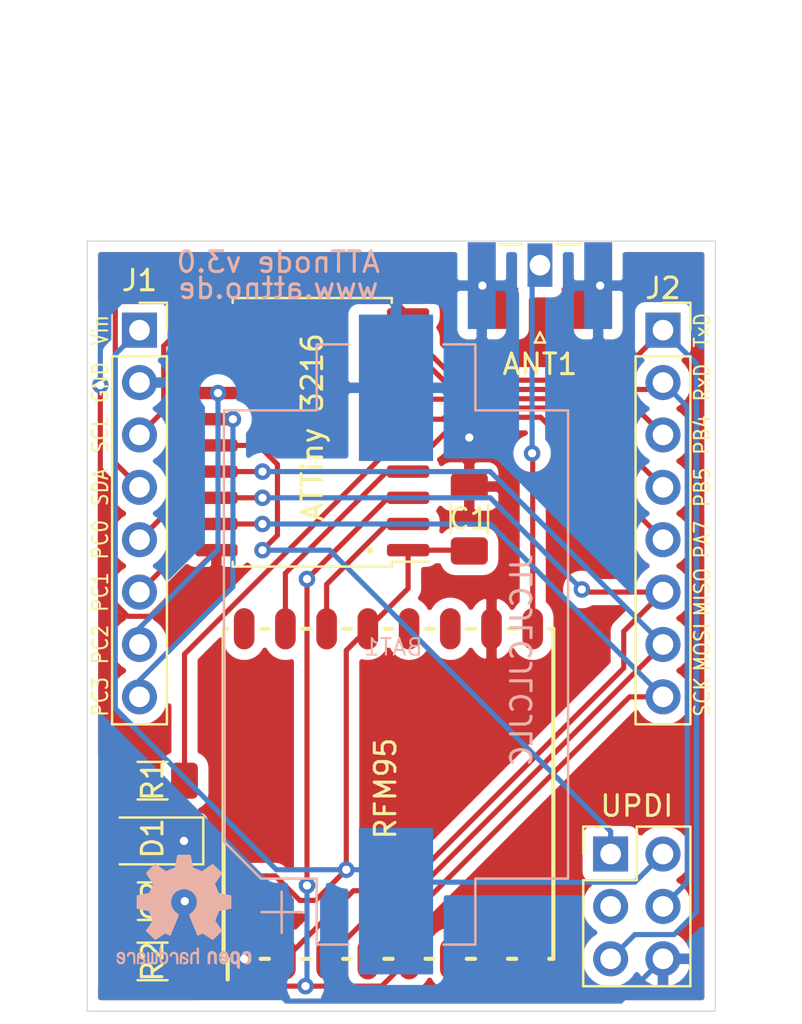
<source format=kicad_pcb>
(kicad_pcb (version 20171130) (host pcbnew 5.1.8)

  (general
    (thickness 1.6)
    (drawings 26)
    (tracks 165)
    (zones 0)
    (modules 13)
    (nets 29)
  )

  (page A4)
  (layers
    (0 F.Cu signal)
    (31 B.Cu signal)
    (32 B.Adhes user)
    (33 F.Adhes user)
    (34 B.Paste user)
    (35 F.Paste user)
    (36 B.SilkS user)
    (37 F.SilkS user)
    (38 B.Mask user)
    (39 F.Mask user)
    (40 Dwgs.User user)
    (41 Cmts.User user)
    (42 Eco1.User user)
    (43 Eco2.User user)
    (44 Edge.Cuts user)
    (45 Margin user)
    (46 B.CrtYd user)
    (47 F.CrtYd user)
    (48 B.Fab user)
    (49 F.Fab user)
  )

  (setup
    (last_trace_width 0.25)
    (trace_clearance 0.2)
    (zone_clearance 0.508)
    (zone_45_only no)
    (trace_min 0.2)
    (via_size 0.8)
    (via_drill 0.4)
    (via_min_size 0.4)
    (via_min_drill 0.3)
    (uvia_size 0.3)
    (uvia_drill 0.1)
    (uvias_allowed no)
    (uvia_min_size 0.2)
    (uvia_min_drill 0.1)
    (edge_width 0.05)
    (segment_width 0.2)
    (pcb_text_width 0.3)
    (pcb_text_size 1.5 1.5)
    (mod_edge_width 0.12)
    (mod_text_size 1 1)
    (mod_text_width 0.15)
    (pad_size 1 1)
    (pad_drill 0)
    (pad_to_mask_clearance 0)
    (aux_axis_origin 0 0)
    (visible_elements FFFFFF7F)
    (pcbplotparams
      (layerselection 0x010fc_ffffffff)
      (usegerberextensions false)
      (usegerberattributes true)
      (usegerberadvancedattributes true)
      (creategerberjobfile true)
      (excludeedgelayer true)
      (linewidth 0.100000)
      (plotframeref false)
      (viasonmask false)
      (mode 1)
      (useauxorigin false)
      (hpglpennumber 1)
      (hpglpenspeed 20)
      (hpglpendiameter 15.000000)
      (psnegative false)
      (psa4output false)
      (plotreference true)
      (plotvalue true)
      (plotinvisibletext false)
      (padsonsilk false)
      (subtractmaskfromsilk false)
      (outputformat 1)
      (mirror false)
      (drillshape 0)
      (scaleselection 1)
      (outputdirectory "Gerber_v3/"))
  )

  (net 0 "")
  (net 1 "Net-(ANT1-Pad1)")
  (net 2 GND)
  (net 3 +3V3)
  (net 4 "Net-(D1-Pad2)")
  (net 5 PB0)
  (net 6 PB1)
  (net 7 PC0)
  (net 8 PC1)
  (net 9 PC2)
  (net 10 PC3)
  (net 11 SCK)
  (net 12 MOSI)
  (net 13 MISO)
  (net 14 PA7)
  (net 15 PB5)
  (net 16 PB4)
  (net 17 PB3)
  (net 18 PB2)
  (net 19 RST)
  (net 20 "Net-(PRG1-Pad3)")
  (net 21 NSS)
  (net 22 "Net-(RFM95-Pad6)")
  (net 23 "Net-(RFM95-Pad7)")
  (net 24 "Net-(RFM95-Pad11)")
  (net 25 "Net-(RFM95-Pad12)")
  (net 26 DIO0)
  (net 27 DIO1)
  (net 28 "Net-(RFM95-Pad16)")

  (net_class Default "Dies ist die voreingestellte Netzklasse."
    (clearance 0.2)
    (trace_width 0.25)
    (via_dia 0.8)
    (via_drill 0.4)
    (uvia_dia 0.3)
    (uvia_drill 0.1)
    (add_net +3V3)
    (add_net DIO0)
    (add_net DIO1)
    (add_net GND)
    (add_net MISO)
    (add_net MOSI)
    (add_net NSS)
    (add_net "Net-(ANT1-Pad1)")
    (add_net "Net-(D1-Pad2)")
    (add_net "Net-(PRG1-Pad3)")
    (add_net "Net-(RFM95-Pad11)")
    (add_net "Net-(RFM95-Pad12)")
    (add_net "Net-(RFM95-Pad16)")
    (add_net "Net-(RFM95-Pad6)")
    (add_net "Net-(RFM95-Pad7)")
    (add_net PA7)
    (add_net PB0)
    (add_net PB1)
    (add_net PB2)
    (add_net PB3)
    (add_net PB4)
    (add_net PB5)
    (add_net PC0)
    (add_net PC1)
    (add_net PC2)
    (add_net PC3)
    (add_net RST)
    (add_net SCK)
  )

  (module Symbol:OSHW-Logo2_7.3x6mm_SilkScreen (layer B.Cu) (tedit 0) (tstamp 5FB1DA54)
    (at 60.579 73.914 180)
    (descr "Open Source Hardware Symbol")
    (tags "Logo Symbol OSHW")
    (attr virtual)
    (fp_text reference OSHW (at 0 0) (layer B.SilkS) hide
      (effects (font (size 1 1) (thickness 0.15)) (justify mirror))
    )
    (fp_text value OSHW-Logo2_7.3x6mm_SilkScreen (at 0.75 0) (layer B.Fab) hide
      (effects (font (size 1 1) (thickness 0.15)) (justify mirror))
    )
    (fp_poly (pts (xy -2.400256 -1.919918) (xy -2.344799 -1.947568) (xy -2.295852 -1.99848) (xy -2.282371 -2.017338)
      (xy -2.267686 -2.042015) (xy -2.258158 -2.068816) (xy -2.252707 -2.104587) (xy -2.250253 -2.156169)
      (xy -2.249714 -2.224267) (xy -2.252148 -2.317588) (xy -2.260606 -2.387657) (xy -2.276826 -2.439931)
      (xy -2.302546 -2.479869) (xy -2.339503 -2.512929) (xy -2.342218 -2.514886) (xy -2.37864 -2.534908)
      (xy -2.422498 -2.544815) (xy -2.478276 -2.547257) (xy -2.568952 -2.547257) (xy -2.56899 -2.635283)
      (xy -2.569834 -2.684308) (xy -2.574976 -2.713065) (xy -2.588413 -2.730311) (xy -2.614142 -2.744808)
      (xy -2.620321 -2.747769) (xy -2.649236 -2.761648) (xy -2.671624 -2.770414) (xy -2.688271 -2.771171)
      (xy -2.699964 -2.761023) (xy -2.70749 -2.737073) (xy -2.711634 -2.696426) (xy -2.713185 -2.636186)
      (xy -2.712929 -2.553455) (xy -2.711651 -2.445339) (xy -2.711252 -2.413) (xy -2.709815 -2.301524)
      (xy -2.708528 -2.228603) (xy -2.569029 -2.228603) (xy -2.568245 -2.290499) (xy -2.56476 -2.330997)
      (xy -2.556876 -2.357708) (xy -2.542895 -2.378244) (xy -2.533403 -2.38826) (xy -2.494596 -2.417567)
      (xy -2.460237 -2.419952) (xy -2.424784 -2.39575) (xy -2.423886 -2.394857) (xy -2.409461 -2.376153)
      (xy -2.400687 -2.350732) (xy -2.396261 -2.311584) (xy -2.394882 -2.251697) (xy -2.394857 -2.23843)
      (xy -2.398188 -2.155901) (xy -2.409031 -2.098691) (xy -2.42866 -2.063766) (xy -2.45835 -2.048094)
      (xy -2.475509 -2.046514) (xy -2.516234 -2.053926) (xy -2.544168 -2.07833) (xy -2.560983 -2.12298)
      (xy -2.56835 -2.19113) (xy -2.569029 -2.228603) (xy -2.708528 -2.228603) (xy -2.708292 -2.215245)
      (xy -2.706323 -2.150333) (xy -2.70355 -2.102958) (xy -2.699612 -2.06929) (xy -2.694151 -2.045498)
      (xy -2.686808 -2.027753) (xy -2.677223 -2.012224) (xy -2.673113 -2.006381) (xy -2.618595 -1.951185)
      (xy -2.549664 -1.91989) (xy -2.469928 -1.911165) (xy -2.400256 -1.919918)) (layer B.SilkS) (width 0.01))
    (fp_poly (pts (xy -1.283907 -1.92778) (xy -1.237328 -1.954723) (xy -1.204943 -1.981466) (xy -1.181258 -2.009484)
      (xy -1.164941 -2.043748) (xy -1.154661 -2.089227) (xy -1.149086 -2.150892) (xy -1.146884 -2.233711)
      (xy -1.146629 -2.293246) (xy -1.146629 -2.512391) (xy -1.208314 -2.540044) (xy -1.27 -2.567697)
      (xy -1.277257 -2.32767) (xy -1.280256 -2.238028) (xy -1.283402 -2.172962) (xy -1.287299 -2.128026)
      (xy -1.292553 -2.09877) (xy -1.299769 -2.080748) (xy -1.30955 -2.069511) (xy -1.312688 -2.067079)
      (xy -1.360239 -2.048083) (xy -1.408303 -2.0556) (xy -1.436914 -2.075543) (xy -1.448553 -2.089675)
      (xy -1.456609 -2.10822) (xy -1.461729 -2.136334) (xy -1.464559 -2.179173) (xy -1.465744 -2.241895)
      (xy -1.465943 -2.307261) (xy -1.465982 -2.389268) (xy -1.467386 -2.447316) (xy -1.472086 -2.486465)
      (xy -1.482013 -2.51178) (xy -1.499097 -2.528323) (xy -1.525268 -2.541156) (xy -1.560225 -2.554491)
      (xy -1.598404 -2.569007) (xy -1.593859 -2.311389) (xy -1.592029 -2.218519) (xy -1.589888 -2.149889)
      (xy -1.586819 -2.100711) (xy -1.582206 -2.066198) (xy -1.575432 -2.041562) (xy -1.565881 -2.022016)
      (xy -1.554366 -2.00477) (xy -1.49881 -1.94968) (xy -1.43102 -1.917822) (xy -1.357287 -1.910191)
      (xy -1.283907 -1.92778)) (layer B.SilkS) (width 0.01))
    (fp_poly (pts (xy -2.958885 -1.921962) (xy -2.890855 -1.957733) (xy -2.840649 -2.015301) (xy -2.822815 -2.052312)
      (xy -2.808937 -2.107882) (xy -2.801833 -2.178096) (xy -2.80116 -2.254727) (xy -2.806573 -2.329552)
      (xy -2.81773 -2.394342) (xy -2.834286 -2.440873) (xy -2.839374 -2.448887) (xy -2.899645 -2.508707)
      (xy -2.971231 -2.544535) (xy -3.048908 -2.55502) (xy -3.127452 -2.53881) (xy -3.149311 -2.529092)
      (xy -3.191878 -2.499143) (xy -3.229237 -2.459433) (xy -3.232768 -2.454397) (xy -3.247119 -2.430124)
      (xy -3.256606 -2.404178) (xy -3.26221 -2.370022) (xy -3.264914 -2.321119) (xy -3.265701 -2.250935)
      (xy -3.265714 -2.2352) (xy -3.265678 -2.230192) (xy -3.120571 -2.230192) (xy -3.119727 -2.29643)
      (xy -3.116404 -2.340386) (xy -3.109417 -2.368779) (xy -3.097584 -2.388325) (xy -3.091543 -2.394857)
      (xy -3.056814 -2.41968) (xy -3.023097 -2.418548) (xy -2.989005 -2.397016) (xy -2.968671 -2.374029)
      (xy -2.956629 -2.340478) (xy -2.949866 -2.287569) (xy -2.949402 -2.281399) (xy -2.948248 -2.185513)
      (xy -2.960312 -2.114299) (xy -2.98543 -2.068194) (xy -3.02344 -2.047635) (xy -3.037008 -2.046514)
      (xy -3.072636 -2.052152) (xy -3.097006 -2.071686) (xy -3.111907 -2.109042) (xy -3.119125 -2.16815)
      (xy -3.120571 -2.230192) (xy -3.265678 -2.230192) (xy -3.265174 -2.160413) (xy -3.262904 -2.108159)
      (xy -3.257932 -2.071949) (xy -3.249287 -2.045299) (xy -3.235995 -2.021722) (xy -3.233057 -2.017338)
      (xy -3.183687 -1.958249) (xy -3.129891 -1.923947) (xy -3.064398 -1.910331) (xy -3.042158 -1.909665)
      (xy -2.958885 -1.921962)) (layer B.SilkS) (width 0.01))
    (fp_poly (pts (xy -1.831697 -1.931239) (xy -1.774473 -1.969735) (xy -1.730251 -2.025335) (xy -1.703833 -2.096086)
      (xy -1.69849 -2.148162) (xy -1.699097 -2.169893) (xy -1.704178 -2.186531) (xy -1.718145 -2.201437)
      (xy -1.745411 -2.217973) (xy -1.790388 -2.239498) (xy -1.857489 -2.269374) (xy -1.857829 -2.269524)
      (xy -1.919593 -2.297813) (xy -1.970241 -2.322933) (xy -2.004596 -2.342179) (xy -2.017482 -2.352848)
      (xy -2.017486 -2.352934) (xy -2.006128 -2.376166) (xy -1.979569 -2.401774) (xy -1.949077 -2.420221)
      (xy -1.93363 -2.423886) (xy -1.891485 -2.411212) (xy -1.855192 -2.379471) (xy -1.837483 -2.344572)
      (xy -1.820448 -2.318845) (xy -1.787078 -2.289546) (xy -1.747851 -2.264235) (xy -1.713244 -2.250471)
      (xy -1.706007 -2.249714) (xy -1.697861 -2.26216) (xy -1.69737 -2.293972) (xy -1.703357 -2.336866)
      (xy -1.714643 -2.382558) (xy -1.73005 -2.422761) (xy -1.730829 -2.424322) (xy -1.777196 -2.489062)
      (xy -1.837289 -2.533097) (xy -1.905535 -2.554711) (xy -1.976362 -2.552185) (xy -2.044196 -2.523804)
      (xy -2.047212 -2.521808) (xy -2.100573 -2.473448) (xy -2.13566 -2.410352) (xy -2.155078 -2.327387)
      (xy -2.157684 -2.304078) (xy -2.162299 -2.194055) (xy -2.156767 -2.142748) (xy -2.017486 -2.142748)
      (xy -2.015676 -2.174753) (xy -2.005778 -2.184093) (xy -1.981102 -2.177105) (xy -1.942205 -2.160587)
      (xy -1.898725 -2.139881) (xy -1.897644 -2.139333) (xy -1.860791 -2.119949) (xy -1.846 -2.107013)
      (xy -1.849647 -2.093451) (xy -1.865005 -2.075632) (xy -1.904077 -2.049845) (xy -1.946154 -2.04795)
      (xy -1.983897 -2.066717) (xy -2.009966 -2.102915) (xy -2.017486 -2.142748) (xy -2.156767 -2.142748)
      (xy -2.152806 -2.106027) (xy -2.12845 -2.036212) (xy -2.094544 -1.987302) (xy -2.033347 -1.937878)
      (xy -1.965937 -1.913359) (xy -1.89712 -1.911797) (xy -1.831697 -1.931239)) (layer B.SilkS) (width 0.01))
    (fp_poly (pts (xy -0.624114 -1.851289) (xy -0.619861 -1.910613) (xy -0.614975 -1.945572) (xy -0.608205 -1.96082)
      (xy -0.598298 -1.961015) (xy -0.595086 -1.959195) (xy -0.552356 -1.946015) (xy -0.496773 -1.946785)
      (xy -0.440263 -1.960333) (xy -0.404918 -1.977861) (xy -0.368679 -2.005861) (xy -0.342187 -2.037549)
      (xy -0.324001 -2.077813) (xy -0.312678 -2.131543) (xy -0.306778 -2.203626) (xy -0.304857 -2.298951)
      (xy -0.304823 -2.317237) (xy -0.3048 -2.522646) (xy -0.350509 -2.53858) (xy -0.382973 -2.54942)
      (xy -0.400785 -2.554468) (xy -0.401309 -2.554514) (xy -0.403063 -2.540828) (xy -0.404556 -2.503076)
      (xy -0.405674 -2.446224) (xy -0.406303 -2.375234) (xy -0.4064 -2.332073) (xy -0.406602 -2.246973)
      (xy -0.407642 -2.185981) (xy -0.410169 -2.144177) (xy -0.414836 -2.116642) (xy -0.422293 -2.098456)
      (xy -0.433189 -2.084698) (xy -0.439993 -2.078073) (xy -0.486728 -2.051375) (xy -0.537728 -2.049375)
      (xy -0.583999 -2.071955) (xy -0.592556 -2.080107) (xy -0.605107 -2.095436) (xy -0.613812 -2.113618)
      (xy -0.619369 -2.139909) (xy -0.622474 -2.179562) (xy -0.623824 -2.237832) (xy -0.624114 -2.318173)
      (xy -0.624114 -2.522646) (xy -0.669823 -2.53858) (xy -0.702287 -2.54942) (xy -0.720099 -2.554468)
      (xy -0.720623 -2.554514) (xy -0.721963 -2.540623) (xy -0.723172 -2.501439) (xy -0.724199 -2.4407)
      (xy -0.724998 -2.362141) (xy -0.725519 -2.269498) (xy -0.725714 -2.166509) (xy -0.725714 -1.769342)
      (xy -0.678543 -1.749444) (xy -0.631371 -1.729547) (xy -0.624114 -1.851289)) (layer B.SilkS) (width 0.01))
    (fp_poly (pts (xy 0.039744 -1.950968) (xy 0.096616 -1.972087) (xy 0.097267 -1.972493) (xy 0.13244 -1.99838)
      (xy 0.158407 -2.028633) (xy 0.17667 -2.068058) (xy 0.188732 -2.121462) (xy 0.196096 -2.193651)
      (xy 0.200264 -2.289432) (xy 0.200629 -2.303078) (xy 0.205876 -2.508842) (xy 0.161716 -2.531678)
      (xy 0.129763 -2.54711) (xy 0.11047 -2.554423) (xy 0.109578 -2.554514) (xy 0.106239 -2.541022)
      (xy 0.103587 -2.504626) (xy 0.101956 -2.451452) (xy 0.1016 -2.408393) (xy 0.101592 -2.338641)
      (xy 0.098403 -2.294837) (xy 0.087288 -2.273944) (xy 0.063501 -2.272925) (xy 0.022296 -2.288741)
      (xy -0.039914 -2.317815) (xy -0.085659 -2.341963) (xy -0.109187 -2.362913) (xy -0.116104 -2.385747)
      (xy -0.116114 -2.386877) (xy -0.104701 -2.426212) (xy -0.070908 -2.447462) (xy -0.019191 -2.450539)
      (xy 0.018061 -2.450006) (xy 0.037703 -2.460735) (xy 0.049952 -2.486505) (xy 0.057002 -2.519337)
      (xy 0.046842 -2.537966) (xy 0.043017 -2.540632) (xy 0.007001 -2.55134) (xy -0.043434 -2.552856)
      (xy -0.095374 -2.545759) (xy -0.132178 -2.532788) (xy -0.183062 -2.489585) (xy -0.211986 -2.429446)
      (xy -0.217714 -2.382462) (xy -0.213343 -2.340082) (xy -0.197525 -2.305488) (xy -0.166203 -2.274763)
      (xy -0.115322 -2.24399) (xy -0.040824 -2.209252) (xy -0.036286 -2.207288) (xy 0.030821 -2.176287)
      (xy 0.072232 -2.150862) (xy 0.089981 -2.128014) (xy 0.086107 -2.104745) (xy 0.062643 -2.078056)
      (xy 0.055627 -2.071914) (xy 0.00863 -2.0481) (xy -0.040067 -2.049103) (xy -0.082478 -2.072451)
      (xy -0.110616 -2.115675) (xy -0.113231 -2.12416) (xy -0.138692 -2.165308) (xy -0.170999 -2.185128)
      (xy -0.217714 -2.20477) (xy -0.217714 -2.15395) (xy -0.203504 -2.080082) (xy -0.161325 -2.012327)
      (xy -0.139376 -1.989661) (xy -0.089483 -1.960569) (xy -0.026033 -1.9474) (xy 0.039744 -1.950968)) (layer B.SilkS) (width 0.01))
    (fp_poly (pts (xy 0.529926 -1.949755) (xy 0.595858 -1.974084) (xy 0.649273 -2.017117) (xy 0.670164 -2.047409)
      (xy 0.692939 -2.102994) (xy 0.692466 -2.143186) (xy 0.668562 -2.170217) (xy 0.659717 -2.174813)
      (xy 0.62153 -2.189144) (xy 0.602028 -2.185472) (xy 0.595422 -2.161407) (xy 0.595086 -2.148114)
      (xy 0.582992 -2.09921) (xy 0.551471 -2.064999) (xy 0.507659 -2.048476) (xy 0.458695 -2.052634)
      (xy 0.418894 -2.074227) (xy 0.40545 -2.086544) (xy 0.395921 -2.101487) (xy 0.389485 -2.124075)
      (xy 0.385317 -2.159328) (xy 0.382597 -2.212266) (xy 0.380502 -2.287907) (xy 0.37996 -2.311857)
      (xy 0.377981 -2.39379) (xy 0.375731 -2.451455) (xy 0.372357 -2.489608) (xy 0.367006 -2.513004)
      (xy 0.358824 -2.526398) (xy 0.346959 -2.534545) (xy 0.339362 -2.538144) (xy 0.307102 -2.550452)
      (xy 0.288111 -2.554514) (xy 0.281836 -2.540948) (xy 0.278006 -2.499934) (xy 0.2766 -2.430999)
      (xy 0.277598 -2.333669) (xy 0.277908 -2.318657) (xy 0.280101 -2.229859) (xy 0.282693 -2.165019)
      (xy 0.286382 -2.119067) (xy 0.291864 -2.086935) (xy 0.299835 -2.063553) (xy 0.310993 -2.043852)
      (xy 0.31683 -2.03541) (xy 0.350296 -1.998057) (xy 0.387727 -1.969003) (xy 0.392309 -1.966467)
      (xy 0.459426 -1.946443) (xy 0.529926 -1.949755)) (layer B.SilkS) (width 0.01))
    (fp_poly (pts (xy 1.190117 -2.065358) (xy 1.189933 -2.173837) (xy 1.189219 -2.257287) (xy 1.187675 -2.319704)
      (xy 1.185001 -2.365085) (xy 1.180894 -2.397429) (xy 1.175055 -2.420733) (xy 1.167182 -2.438995)
      (xy 1.161221 -2.449418) (xy 1.111855 -2.505945) (xy 1.049264 -2.541377) (xy 0.980013 -2.55409)
      (xy 0.910668 -2.542463) (xy 0.869375 -2.521568) (xy 0.826025 -2.485422) (xy 0.796481 -2.441276)
      (xy 0.778655 -2.383462) (xy 0.770463 -2.306313) (xy 0.769302 -2.249714) (xy 0.769458 -2.245647)
      (xy 0.870857 -2.245647) (xy 0.871476 -2.31055) (xy 0.874314 -2.353514) (xy 0.88084 -2.381622)
      (xy 0.892523 -2.401953) (xy 0.906483 -2.417288) (xy 0.953365 -2.44689) (xy 1.003701 -2.449419)
      (xy 1.051276 -2.424705) (xy 1.054979 -2.421356) (xy 1.070783 -2.403935) (xy 1.080693 -2.383209)
      (xy 1.086058 -2.352362) (xy 1.088228 -2.304577) (xy 1.088571 -2.251748) (xy 1.087827 -2.185381)
      (xy 1.084748 -2.141106) (xy 1.078061 -2.112009) (xy 1.066496 -2.091173) (xy 1.057013 -2.080107)
      (xy 1.01296 -2.052198) (xy 0.962224 -2.048843) (xy 0.913796 -2.070159) (xy 0.90445 -2.078073)
      (xy 0.88854 -2.095647) (xy 0.87861 -2.116587) (xy 0.873278 -2.147782) (xy 0.871163 -2.196122)
      (xy 0.870857 -2.245647) (xy 0.769458 -2.245647) (xy 0.77281 -2.158568) (xy 0.784726 -2.090086)
      (xy 0.807135 -2.0386) (xy 0.842124 -1.998443) (xy 0.869375 -1.977861) (xy 0.918907 -1.955625)
      (xy 0.976316 -1.945304) (xy 1.029682 -1.948067) (xy 1.059543 -1.959212) (xy 1.071261 -1.962383)
      (xy 1.079037 -1.950557) (xy 1.084465 -1.918866) (xy 1.088571 -1.870593) (xy 1.093067 -1.816829)
      (xy 1.099313 -1.784482) (xy 1.110676 -1.765985) (xy 1.130528 -1.75377) (xy 1.143 -1.748362)
      (xy 1.190171 -1.728601) (xy 1.190117 -2.065358)) (layer B.SilkS) (width 0.01))
    (fp_poly (pts (xy 1.779833 -1.958663) (xy 1.782048 -1.99685) (xy 1.783784 -2.054886) (xy 1.784899 -2.12818)
      (xy 1.785257 -2.205055) (xy 1.785257 -2.465196) (xy 1.739326 -2.511127) (xy 1.707675 -2.539429)
      (xy 1.67989 -2.550893) (xy 1.641915 -2.550168) (xy 1.62684 -2.548321) (xy 1.579726 -2.542948)
      (xy 1.540756 -2.539869) (xy 1.531257 -2.539585) (xy 1.499233 -2.541445) (xy 1.453432 -2.546114)
      (xy 1.435674 -2.548321) (xy 1.392057 -2.551735) (xy 1.362745 -2.54432) (xy 1.33368 -2.521427)
      (xy 1.323188 -2.511127) (xy 1.277257 -2.465196) (xy 1.277257 -1.978602) (xy 1.314226 -1.961758)
      (xy 1.346059 -1.949282) (xy 1.364683 -1.944914) (xy 1.369458 -1.958718) (xy 1.373921 -1.997286)
      (xy 1.377775 -2.056356) (xy 1.380722 -2.131663) (xy 1.382143 -2.195286) (xy 1.386114 -2.445657)
      (xy 1.420759 -2.450556) (xy 1.452268 -2.447131) (xy 1.467708 -2.436041) (xy 1.472023 -2.415308)
      (xy 1.475708 -2.371145) (xy 1.478469 -2.309146) (xy 1.480012 -2.234909) (xy 1.480235 -2.196706)
      (xy 1.480457 -1.976783) (xy 1.526166 -1.960849) (xy 1.558518 -1.950015) (xy 1.576115 -1.944962)
      (xy 1.576623 -1.944914) (xy 1.578388 -1.958648) (xy 1.580329 -1.99673) (xy 1.582282 -2.054482)
      (xy 1.584084 -2.127227) (xy 1.585343 -2.195286) (xy 1.589314 -2.445657) (xy 1.6764 -2.445657)
      (xy 1.680396 -2.21724) (xy 1.684392 -1.988822) (xy 1.726847 -1.966868) (xy 1.758192 -1.951793)
      (xy 1.776744 -1.944951) (xy 1.777279 -1.944914) (xy 1.779833 -1.958663)) (layer B.SilkS) (width 0.01))
    (fp_poly (pts (xy 2.144876 -1.956335) (xy 2.186667 -1.975344) (xy 2.219469 -1.998378) (xy 2.243503 -2.024133)
      (xy 2.260097 -2.057358) (xy 2.270577 -2.1028) (xy 2.276271 -2.165207) (xy 2.278507 -2.249327)
      (xy 2.278743 -2.304721) (xy 2.278743 -2.520826) (xy 2.241774 -2.53767) (xy 2.212656 -2.549981)
      (xy 2.198231 -2.554514) (xy 2.195472 -2.541025) (xy 2.193282 -2.504653) (xy 2.191942 -2.451542)
      (xy 2.191657 -2.409372) (xy 2.190434 -2.348447) (xy 2.187136 -2.300115) (xy 2.182321 -2.270518)
      (xy 2.178496 -2.264229) (xy 2.152783 -2.270652) (xy 2.112418 -2.287125) (xy 2.065679 -2.309458)
      (xy 2.020845 -2.333457) (xy 1.986193 -2.35493) (xy 1.970002 -2.369685) (xy 1.969938 -2.369845)
      (xy 1.97133 -2.397152) (xy 1.983818 -2.423219) (xy 2.005743 -2.444392) (xy 2.037743 -2.451474)
      (xy 2.065092 -2.450649) (xy 2.103826 -2.450042) (xy 2.124158 -2.459116) (xy 2.136369 -2.483092)
      (xy 2.137909 -2.487613) (xy 2.143203 -2.521806) (xy 2.129047 -2.542568) (xy 2.092148 -2.552462)
      (xy 2.052289 -2.554292) (xy 1.980562 -2.540727) (xy 1.943432 -2.521355) (xy 1.897576 -2.475845)
      (xy 1.873256 -2.419983) (xy 1.871073 -2.360957) (xy 1.891629 -2.305953) (xy 1.922549 -2.271486)
      (xy 1.95342 -2.252189) (xy 2.001942 -2.227759) (xy 2.058485 -2.202985) (xy 2.06791 -2.199199)
      (xy 2.130019 -2.171791) (xy 2.165822 -2.147634) (xy 2.177337 -2.123619) (xy 2.16658 -2.096635)
      (xy 2.148114 -2.075543) (xy 2.104469 -2.049572) (xy 2.056446 -2.047624) (xy 2.012406 -2.067637)
      (xy 1.980709 -2.107551) (xy 1.976549 -2.117848) (xy 1.952327 -2.155724) (xy 1.916965 -2.183842)
      (xy 1.872343 -2.206917) (xy 1.872343 -2.141485) (xy 1.874969 -2.101506) (xy 1.88623 -2.069997)
      (xy 1.911199 -2.036378) (xy 1.935169 -2.010484) (xy 1.972441 -1.973817) (xy 2.001401 -1.954121)
      (xy 2.032505 -1.94622) (xy 2.067713 -1.944914) (xy 2.144876 -1.956335)) (layer B.SilkS) (width 0.01))
    (fp_poly (pts (xy 2.6526 -1.958752) (xy 2.669948 -1.966334) (xy 2.711356 -1.999128) (xy 2.746765 -2.046547)
      (xy 2.768664 -2.097151) (xy 2.772229 -2.122098) (xy 2.760279 -2.156927) (xy 2.734067 -2.175357)
      (xy 2.705964 -2.186516) (xy 2.693095 -2.188572) (xy 2.686829 -2.173649) (xy 2.674456 -2.141175)
      (xy 2.669028 -2.126502) (xy 2.63859 -2.075744) (xy 2.59452 -2.050427) (xy 2.53801 -2.051206)
      (xy 2.533825 -2.052203) (xy 2.503655 -2.066507) (xy 2.481476 -2.094393) (xy 2.466327 -2.139287)
      (xy 2.45725 -2.204615) (xy 2.453286 -2.293804) (xy 2.452914 -2.341261) (xy 2.45273 -2.416071)
      (xy 2.451522 -2.467069) (xy 2.448309 -2.499471) (xy 2.442109 -2.518495) (xy 2.43194 -2.529356)
      (xy 2.416819 -2.537272) (xy 2.415946 -2.53767) (xy 2.386828 -2.549981) (xy 2.372403 -2.554514)
      (xy 2.370186 -2.540809) (xy 2.368289 -2.502925) (xy 2.366847 -2.445715) (xy 2.365998 -2.374027)
      (xy 2.365829 -2.321565) (xy 2.366692 -2.220047) (xy 2.37007 -2.143032) (xy 2.377142 -2.086023)
      (xy 2.389088 -2.044526) (xy 2.40709 -2.014043) (xy 2.432327 -1.99008) (xy 2.457247 -1.973355)
      (xy 2.517171 -1.951097) (xy 2.586911 -1.946076) (xy 2.6526 -1.958752)) (layer B.SilkS) (width 0.01))
    (fp_poly (pts (xy 3.153595 -1.966966) (xy 3.211021 -2.004497) (xy 3.238719 -2.038096) (xy 3.260662 -2.099064)
      (xy 3.262405 -2.147308) (xy 3.258457 -2.211816) (xy 3.109686 -2.276934) (xy 3.037349 -2.310202)
      (xy 2.990084 -2.336964) (xy 2.965507 -2.360144) (xy 2.961237 -2.382667) (xy 2.974889 -2.407455)
      (xy 2.989943 -2.423886) (xy 3.033746 -2.450235) (xy 3.081389 -2.452081) (xy 3.125145 -2.431546)
      (xy 3.157289 -2.390752) (xy 3.163038 -2.376347) (xy 3.190576 -2.331356) (xy 3.222258 -2.312182)
      (xy 3.265714 -2.295779) (xy 3.265714 -2.357966) (xy 3.261872 -2.400283) (xy 3.246823 -2.435969)
      (xy 3.21528 -2.476943) (xy 3.210592 -2.482267) (xy 3.175506 -2.51872) (xy 3.145347 -2.538283)
      (xy 3.107615 -2.547283) (xy 3.076335 -2.55023) (xy 3.020385 -2.550965) (xy 2.980555 -2.54166)
      (xy 2.955708 -2.527846) (xy 2.916656 -2.497467) (xy 2.889625 -2.464613) (xy 2.872517 -2.423294)
      (xy 2.863238 -2.367521) (xy 2.859693 -2.291305) (xy 2.85941 -2.252622) (xy 2.860372 -2.206247)
      (xy 2.948007 -2.206247) (xy 2.949023 -2.231126) (xy 2.951556 -2.2352) (xy 2.968274 -2.229665)
      (xy 3.004249 -2.215017) (xy 3.052331 -2.19419) (xy 3.062386 -2.189714) (xy 3.123152 -2.158814)
      (xy 3.156632 -2.131657) (xy 3.16399 -2.10622) (xy 3.146391 -2.080481) (xy 3.131856 -2.069109)
      (xy 3.07941 -2.046364) (xy 3.030322 -2.050122) (xy 2.989227 -2.077884) (xy 2.960758 -2.127152)
      (xy 2.951631 -2.166257) (xy 2.948007 -2.206247) (xy 2.860372 -2.206247) (xy 2.861285 -2.162249)
      (xy 2.868196 -2.095384) (xy 2.881884 -2.046695) (xy 2.904096 -2.010849) (xy 2.936574 -1.982513)
      (xy 2.950733 -1.973355) (xy 3.015053 -1.949507) (xy 3.085473 -1.948006) (xy 3.153595 -1.966966)) (layer B.SilkS) (width 0.01))
    (fp_poly (pts (xy 0.10391 2.757652) (xy 0.182454 2.757222) (xy 0.239298 2.756058) (xy 0.278105 2.753793)
      (xy 0.302538 2.75006) (xy 0.316262 2.744494) (xy 0.32294 2.736727) (xy 0.326236 2.726395)
      (xy 0.326556 2.725057) (xy 0.331562 2.700921) (xy 0.340829 2.653299) (xy 0.353392 2.587259)
      (xy 0.368287 2.507872) (xy 0.384551 2.420204) (xy 0.385119 2.417125) (xy 0.40141 2.331211)
      (xy 0.416652 2.255304) (xy 0.429861 2.193955) (xy 0.440054 2.151718) (xy 0.446248 2.133145)
      (xy 0.446543 2.132816) (xy 0.464788 2.123747) (xy 0.502405 2.108633) (xy 0.551271 2.090738)
      (xy 0.551543 2.090642) (xy 0.613093 2.067507) (xy 0.685657 2.038035) (xy 0.754057 2.008403)
      (xy 0.757294 2.006938) (xy 0.868702 1.956374) (xy 1.115399 2.12484) (xy 1.191077 2.176197)
      (xy 1.259631 2.222111) (xy 1.317088 2.25997) (xy 1.359476 2.287163) (xy 1.382825 2.301079)
      (xy 1.385042 2.302111) (xy 1.40201 2.297516) (xy 1.433701 2.275345) (xy 1.481352 2.234553)
      (xy 1.546198 2.174095) (xy 1.612397 2.109773) (xy 1.676214 2.046388) (xy 1.733329 1.988549)
      (xy 1.780305 1.939825) (xy 1.813703 1.90379) (xy 1.830085 1.884016) (xy 1.830694 1.882998)
      (xy 1.832505 1.869428) (xy 1.825683 1.847267) (xy 1.80854 1.813522) (xy 1.779393 1.7652)
      (xy 1.736555 1.699308) (xy 1.679448 1.614483) (xy 1.628766 1.539823) (xy 1.583461 1.47286)
      (xy 1.54615 1.417484) (xy 1.519452 1.37758) (xy 1.505985 1.357038) (xy 1.505137 1.355644)
      (xy 1.506781 1.335962) (xy 1.519245 1.297707) (xy 1.540048 1.248111) (xy 1.547462 1.232272)
      (xy 1.579814 1.16171) (xy 1.614328 1.081647) (xy 1.642365 1.012371) (xy 1.662568 0.960955)
      (xy 1.678615 0.921881) (xy 1.687888 0.901459) (xy 1.689041 0.899886) (xy 1.706096 0.897279)
      (xy 1.746298 0.890137) (xy 1.804302 0.879477) (xy 1.874763 0.866315) (xy 1.952335 0.851667)
      (xy 2.031672 0.836551) (xy 2.107431 0.821982) (xy 2.174264 0.808978) (xy 2.226828 0.798555)
      (xy 2.259776 0.79173) (xy 2.267857 0.789801) (xy 2.276205 0.785038) (xy 2.282506 0.774282)
      (xy 2.287045 0.753902) (xy 2.290104 0.720266) (xy 2.291967 0.669745) (xy 2.292918 0.598708)
      (xy 2.29324 0.503524) (xy 2.293257 0.464508) (xy 2.293257 0.147201) (xy 2.217057 0.132161)
      (xy 2.174663 0.124005) (xy 2.1114 0.112101) (xy 2.034962 0.097884) (xy 1.953043 0.08279)
      (xy 1.9304 0.078645) (xy 1.854806 0.063947) (xy 1.788953 0.049495) (xy 1.738366 0.036625)
      (xy 1.708574 0.026678) (xy 1.703612 0.023713) (xy 1.691426 0.002717) (xy 1.673953 -0.037967)
      (xy 1.654577 -0.090322) (xy 1.650734 -0.1016) (xy 1.625339 -0.171523) (xy 1.593817 -0.250418)
      (xy 1.562969 -0.321266) (xy 1.562817 -0.321595) (xy 1.511447 -0.432733) (xy 1.680399 -0.681253)
      (xy 1.849352 -0.929772) (xy 1.632429 -1.147058) (xy 1.566819 -1.211726) (xy 1.506979 -1.268733)
      (xy 1.456267 -1.315033) (xy 1.418046 -1.347584) (xy 1.395675 -1.363343) (xy 1.392466 -1.364343)
      (xy 1.373626 -1.356469) (xy 1.33518 -1.334578) (xy 1.28133 -1.301267) (xy 1.216276 -1.259131)
      (xy 1.14594 -1.211943) (xy 1.074555 -1.16381) (xy 1.010908 -1.121928) (xy 0.959041 -1.088871)
      (xy 0.922995 -1.067218) (xy 0.906867 -1.059543) (xy 0.887189 -1.066037) (xy 0.849875 -1.08315)
      (xy 0.802621 -1.107326) (xy 0.797612 -1.110013) (xy 0.733977 -1.141927) (xy 0.690341 -1.157579)
      (xy 0.663202 -1.157745) (xy 0.649057 -1.143204) (xy 0.648975 -1.143) (xy 0.641905 -1.125779)
      (xy 0.625042 -1.084899) (xy 0.599695 -1.023525) (xy 0.567171 -0.944819) (xy 0.528778 -0.851947)
      (xy 0.485822 -0.748072) (xy 0.444222 -0.647502) (xy 0.398504 -0.536516) (xy 0.356526 -0.433703)
      (xy 0.319548 -0.342215) (xy 0.288827 -0.265201) (xy 0.265622 -0.205815) (xy 0.25119 -0.167209)
      (xy 0.246743 -0.1528) (xy 0.257896 -0.136272) (xy 0.287069 -0.10993) (xy 0.325971 -0.080887)
      (xy 0.436757 0.010961) (xy 0.523351 0.116241) (xy 0.584716 0.232734) (xy 0.619815 0.358224)
      (xy 0.627608 0.490493) (xy 0.621943 0.551543) (xy 0.591078 0.678205) (xy 0.53792 0.790059)
      (xy 0.465767 0.885999) (xy 0.377917 0.964924) (xy 0.277665 1.02573) (xy 0.16831 1.067313)
      (xy 0.053147 1.088572) (xy -0.064525 1.088401) (xy -0.18141 1.065699) (xy -0.294211 1.019362)
      (xy -0.399631 0.948287) (xy -0.443632 0.908089) (xy -0.528021 0.804871) (xy -0.586778 0.692075)
      (xy -0.620296 0.57299) (xy -0.628965 0.450905) (xy -0.613177 0.329107) (xy -0.573322 0.210884)
      (xy -0.509793 0.099525) (xy -0.422979 -0.001684) (xy -0.325971 -0.080887) (xy -0.285563 -0.111162)
      (xy -0.257018 -0.137219) (xy -0.246743 -0.152825) (xy -0.252123 -0.169843) (xy -0.267425 -0.2105)
      (xy -0.291388 -0.271642) (xy -0.322756 -0.350119) (xy -0.360268 -0.44278) (xy -0.402667 -0.546472)
      (xy -0.444337 -0.647526) (xy -0.49031 -0.758607) (xy -0.532893 -0.861541) (xy -0.570779 -0.953165)
      (xy -0.60266 -1.030316) (xy -0.627229 -1.089831) (xy -0.64318 -1.128544) (xy -0.64909 -1.143)
      (xy -0.663052 -1.157685) (xy -0.69006 -1.157642) (xy -0.733587 -1.142099) (xy -0.79711 -1.110284)
      (xy -0.797612 -1.110013) (xy -0.84544 -1.085323) (xy -0.884103 -1.067338) (xy -0.905905 -1.059614)
      (xy -0.906867 -1.059543) (xy -0.923279 -1.067378) (xy -0.959513 -1.089165) (xy -1.011526 -1.122328)
      (xy -1.075275 -1.164291) (xy -1.14594 -1.211943) (xy -1.217884 -1.260191) (xy -1.282726 -1.302151)
      (xy -1.336265 -1.335227) (xy -1.374303 -1.356821) (xy -1.392467 -1.364343) (xy -1.409192 -1.354457)
      (xy -1.44282 -1.326826) (xy -1.48999 -1.284495) (xy -1.547342 -1.230505) (xy -1.611516 -1.167899)
      (xy -1.632503 -1.146983) (xy -1.849501 -0.929623) (xy -1.684332 -0.68722) (xy -1.634136 -0.612781)
      (xy -1.590081 -0.545972) (xy -1.554638 -0.490665) (xy -1.530281 -0.450729) (xy -1.519478 -0.430036)
      (xy -1.519162 -0.428563) (xy -1.524857 -0.409058) (xy -1.540174 -0.369822) (xy -1.562463 -0.31743)
      (xy -1.578107 -0.282355) (xy -1.607359 -0.215201) (xy -1.634906 -0.147358) (xy -1.656263 -0.090034)
      (xy -1.662065 -0.072572) (xy -1.678548 -0.025938) (xy -1.69466 0.010095) (xy -1.70351 0.023713)
      (xy -1.72304 0.032048) (xy -1.765666 0.043863) (xy -1.825855 0.057819) (xy -1.898078 0.072578)
      (xy -1.9304 0.078645) (xy -2.012478 0.093727) (xy -2.091205 0.108331) (xy -2.158891 0.12102)
      (xy -2.20784 0.130358) (xy -2.217057 0.132161) (xy -2.293257 0.147201) (xy -2.293257 0.464508)
      (xy -2.293086 0.568846) (xy -2.292384 0.647787) (xy -2.290866 0.704962) (xy -2.288251 0.744001)
      (xy -2.284254 0.768535) (xy -2.278591 0.782195) (xy -2.27098 0.788611) (xy -2.267857 0.789801)
      (xy -2.249022 0.79402) (xy -2.207412 0.802438) (xy -2.14837 0.814039) (xy -2.077243 0.827805)
      (xy -1.999375 0.84272) (xy -1.920113 0.857768) (xy -1.844802 0.871931) (xy -1.778787 0.884194)
      (xy -1.727413 0.893539) (xy -1.696025 0.89895) (xy -1.689041 0.899886) (xy -1.682715 0.912404)
      (xy -1.66871 0.945754) (xy -1.649645 0.993623) (xy -1.642366 1.012371) (xy -1.613004 1.084805)
      (xy -1.578429 1.16483) (xy -1.547463 1.232272) (xy -1.524677 1.283841) (xy -1.509518 1.326215)
      (xy -1.504458 1.352166) (xy -1.505264 1.355644) (xy -1.515959 1.372064) (xy -1.54038 1.408583)
      (xy -1.575905 1.461313) (xy -1.619913 1.526365) (xy -1.669783 1.599849) (xy -1.679644 1.614355)
      (xy -1.737508 1.700296) (xy -1.780044 1.765739) (xy -1.808946 1.813696) (xy -1.82591 1.84718)
      (xy -1.832633 1.869205) (xy -1.83081 1.882783) (xy -1.830764 1.882869) (xy -1.816414 1.900703)
      (xy -1.784677 1.935183) (xy -1.73899 1.982732) (xy -1.682796 2.039778) (xy -1.619532 2.102745)
      (xy -1.612398 2.109773) (xy -1.53267 2.18698) (xy -1.471143 2.24367) (xy -1.426579 2.28089)
      (xy -1.397743 2.299685) (xy -1.385042 2.302111) (xy -1.366506 2.291529) (xy -1.328039 2.267084)
      (xy -1.273614 2.231388) (xy -1.207202 2.187053) (xy -1.132775 2.136689) (xy -1.115399 2.12484)
      (xy -0.868703 1.956374) (xy -0.757294 2.006938) (xy -0.689543 2.036405) (xy -0.616817 2.066041)
      (xy -0.554297 2.08967) (xy -0.551543 2.090642) (xy -0.50264 2.108543) (xy -0.464943 2.12368)
      (xy -0.446575 2.13279) (xy -0.446544 2.132816) (xy -0.440715 2.149283) (xy -0.430808 2.189781)
      (xy -0.417805 2.249758) (xy -0.402691 2.32466) (xy -0.386448 2.409936) (xy -0.385119 2.417125)
      (xy -0.368825 2.504986) (xy -0.353867 2.58474) (xy -0.341209 2.651319) (xy -0.331814 2.699653)
      (xy -0.326646 2.724675) (xy -0.326556 2.725057) (xy -0.323411 2.735701) (xy -0.317296 2.743738)
      (xy -0.304547 2.749533) (xy -0.2815 2.753453) (xy -0.244491 2.755865) (xy -0.189856 2.757135)
      (xy -0.113933 2.757629) (xy -0.013056 2.757714) (xy 0 2.757714) (xy 0.10391 2.757652)) (layer B.SilkS) (width 0.01))
  )

  (module SMA_Multi:SMA_Edge_UFL_Combo (layer F.Cu) (tedit 5FB1220E) (tstamp 5FB1928C)
    (at 77.851 43.561 180)
    (descr "Connector SMA, 0Hz to 20GHz, 50Ohm, Edge Mount (http://suddendocs.samtec.com/prints/sma-j-p-x-st-em1-mkt.pdf)")
    (tags "SMA Straight Samtec Edge Mount")
    (path /5D699DFD)
    (attr smd)
    (fp_text reference ANT1 (at 0 -3.81 180) (layer F.SilkS)
      (effects (font (size 1 1) (thickness 0.15)))
    )
    (fp_text value Antenna (at 0 13) (layer F.Fab)
      (effects (font (size 1 1) (thickness 0.15)))
    )
    (fp_line (start 0.84 2) (end 1.95 2) (layer F.SilkS) (width 0.12))
    (fp_line (start -1.95 2) (end -0.84 2) (layer F.SilkS) (width 0.12))
    (fp_line (start 3.68 2.6) (end 3.68 12.12) (layer B.CrtYd) (width 0.05))
    (fp_line (start 4 2.6) (end 3.68 2.6) (layer B.CrtYd) (width 0.05))
    (fp_line (start -3.68 12.12) (end -3.68 2.6) (layer B.CrtYd) (width 0.05))
    (fp_line (start -3.68 2.6) (end -4 2.6) (layer B.CrtYd) (width 0.05))
    (fp_line (start 3.68 2.6) (end 3.68 12.12) (layer F.CrtYd) (width 0.05))
    (fp_line (start 3.68 2.6) (end 4 2.6) (layer F.CrtYd) (width 0.05))
    (fp_line (start -3.68 12.12) (end -3.68 2.6) (layer F.CrtYd) (width 0.05))
    (fp_line (start -3.68 2.6) (end -4 2.6) (layer F.CrtYd) (width 0.05))
    (fp_line (start 4.1 2.1) (end -4.1 2.1) (layer Dwgs.User) (width 0.1))
    (fp_line (start -3.175 -1.71) (end -3.175 11.62) (layer F.Fab) (width 0.1))
    (fp_line (start -2.365 -1.71) (end -3.175 -1.71) (layer F.Fab) (width 0.1))
    (fp_line (start -2.365 2.1) (end -2.365 -1.71) (layer F.Fab) (width 0.1))
    (fp_line (start 2.365 2.1) (end -2.365 2.1) (layer F.Fab) (width 0.1))
    (fp_line (start 2.365 -1.71) (end 2.365 2.1) (layer F.Fab) (width 0.1))
    (fp_line (start 3.175 -1.71) (end 2.365 -1.71) (layer F.Fab) (width 0.1))
    (fp_line (start 3.175 -1.71) (end 3.175 11.62) (layer F.Fab) (width 0.1))
    (fp_line (start 3.165 11.62) (end -3.165 11.62) (layer F.Fab) (width 0.1))
    (fp_line (start -4 -2.6) (end 4 -2.6) (layer B.CrtYd) (width 0.05))
    (fp_line (start -4 2.6) (end -4 -2.6) (layer B.CrtYd) (width 0.05))
    (fp_line (start 3.68 12.12) (end -3.68 12.12) (layer B.CrtYd) (width 0.05))
    (fp_line (start 4 2.6) (end 4 -2.6) (layer B.CrtYd) (width 0.05))
    (fp_line (start -4 -2.6) (end 4 -2.6) (layer F.CrtYd) (width 0.05))
    (fp_line (start -4 2.6) (end -4 -2.6) (layer F.CrtYd) (width 0.05))
    (fp_line (start 3.68 12.12) (end -3.68 12.12) (layer F.CrtYd) (width 0.05))
    (fp_line (start 4 2.6) (end 4 -2.6) (layer F.CrtYd) (width 0.05))
    (fp_line (start 0.64 2.1) (end 0 3.1) (layer F.Fab) (width 0.1))
    (fp_line (start 0 3.1) (end -0.64 2.1) (layer F.Fab) (width 0.1))
    (fp_line (start 0 -2.26) (end 0.25 -2.76) (layer F.SilkS) (width 0.12))
    (fp_line (start 0.25 -2.76) (end -0.25 -2.76) (layer F.SilkS) (width 0.12))
    (fp_line (start -0.25 -2.76) (end 0 -2.26) (layer F.SilkS) (width 0.12))
    (fp_text user %R (at 0 4.79 180) (layer F.Fab) hide
      (effects (font (size 1 1) (thickness 0.15)))
    )
    (fp_text user "PCB Edge" (at 0 2.6) (layer Dwgs.User)
      (effects (font (size 0.5 0.5) (thickness 0.1)))
    )
    (pad 2 smd custom (at -3.00228 -1.6002 180) (size 1 1) (layers F.Cu F.Paste F.Mask)
      (net 2 GND) (zone_connect 0)
      (options (clearance outline) (anchor rect))
      (primitives
        (gr_poly (pts
           (xy -0.5 -0.5) (xy 1.95 -0.5) (xy 1.95 1.5) (xy 0.85 1.5) (xy 0.85 3.7)
           (xy -0.5 3.7)) (width 0))
      ))
    (pad 2 smd custom (at 1.5494 -1.6002 180) (size 1 1) (layers F.Cu F.Paste F.Mask)
      (net 2 GND) (zone_connect 0)
      (options (clearance outline) (anchor rect))
      (primitives
        (gr_poly (pts
           (xy -0.5 -0.5) (xy 1.95 -0.5) (xy 1.95 3.7) (xy 0.6 3.7) (xy 0.6 1.5)
           (xy -0.5 1.5)) (width 0))
      ))
    (pad 2 smd rect (at -2.825 0 180) (size 1.35 4.2) (layers B.Cu B.Paste B.Mask)
      (net 2 GND))
    (pad 2 smd rect (at 2.825 0 180) (size 1.35 4.2) (layers B.Cu B.Paste B.Mask)
      (net 2 GND))
    (pad 1 thru_hole rect (at 0 0.9906 180) (size 1.2 2.1) (drill 1) (layers *.Cu *.Mask)
      (net 1 "Net-(ANT1-Pad1)"))
    (model ${KISYS3DMOD}/Connector_Coaxial.3dshapes/SMA_Samtec_SMA-J-P-X-ST-EM1_EdgeMount.wrl
      (at (xyz 0 0 0))
      (scale (xyz 1 1 1))
      (rotate (xyz 0 0 0))
    )
  )

  (module battery_holder:BatteryHolder_Keystone_1060_1x2032_Long_Pad (layer B.Cu) (tedit 5E2D666C) (tstamp 5FB192CA)
    (at 70.866 60.96 90)
    (descr http://www.keyelco.com/product-pdf.cfm?p=726)
    (tags "CR2032 BR2032 BatteryHolder Battery")
    (path /5D6F40EE)
    (attr smd)
    (fp_text reference BAT1 (at -0.127 -0.127) (layer B.SilkS)
      (effects (font (size 0.8 0.8) (thickness 0.1)) (justify mirror))
    )
    (fp_text value Battery_Cell (at 0 11.75 -90) (layer B.Fab)
      (effects (font (size 1 1) (thickness 0.15)) (justify mirror))
    )
    (fp_line (start -11.98524 -5.54736) (end -13.98524 -5.54736) (layer B.SilkS) (width 0.12))
    (fp_line (start -12.97432 -4.5278) (end -12.97432 -6.5278) (layer B.SilkS) (width 0.12))
    (fp_line (start 11.5 8.5) (end 6.5 8.5) (layer B.CrtYd) (width 0.05))
    (fp_line (start 11.5 -4) (end 11.5 -8.5) (layer B.CrtYd) (width 0.05))
    (fp_line (start 14.7 -4) (end 11.5 -4) (layer B.CrtYd) (width 0.05))
    (fp_line (start 14.7 -2.3) (end 14.7 -4) (layer B.CrtYd) (width 0.05))
    (fp_line (start 16.45 -2.3) (end 14.7 -2.3) (layer B.CrtYd) (width 0.05))
    (fp_line (start 16.45 2.3) (end 16.45 -2.3) (layer B.CrtYd) (width 0.05))
    (fp_line (start 14.7 2.3) (end 16.45 2.3) (layer B.CrtYd) (width 0.05))
    (fp_line (start 14.7 4) (end 14.7 2.3) (layer B.CrtYd) (width 0.05))
    (fp_line (start 11.5 4) (end 14.7 4) (layer B.CrtYd) (width 0.05))
    (fp_line (start 11.5 8.5) (end 11.5 4) (layer B.CrtYd) (width 0.05))
    (fp_line (start -11.5 8.5) (end -6.5 8.5) (layer B.CrtYd) (width 0.05))
    (fp_line (start -11.5 4) (end -11.5 8.5) (layer B.CrtYd) (width 0.05))
    (fp_line (start -14.7 4) (end -11.5 4) (layer B.CrtYd) (width 0.05))
    (fp_line (start -14.7 2.3) (end -14.7 4) (layer B.CrtYd) (width 0.05))
    (fp_line (start -14.7 2.3) (end -16.45 2.3) (layer B.CrtYd) (width 0.05))
    (fp_line (start -16.45 -2.3) (end -16.45 2.3) (layer B.CrtYd) (width 0.05))
    (fp_line (start -14.7 -2.3) (end -16.45 -2.3) (layer B.CrtYd) (width 0.05))
    (fp_line (start -14.7 -4) (end -14.7 -2.3) (layer B.CrtYd) (width 0.05))
    (fp_line (start -14.7 -4) (end -11.5 -4) (layer B.CrtYd) (width 0.05))
    (fp_line (start -11.5 -4) (end -11.5 -8.5) (layer B.CrtYd) (width 0.05))
    (fp_line (start -6.5 -8.5) (end -11.5 -8.5) (layer B.CrtYd) (width 0.05))
    (fp_line (start 11.5 -8.5) (end 6.5 -8.5) (layer B.CrtYd) (width 0.05))
    (fp_line (start 11.35 8.35) (end 11.35 3.85) (layer B.SilkS) (width 0.12))
    (fp_line (start -11.35 8.35) (end -11.35 3.85) (layer B.SilkS) (width 0.12))
    (fp_line (start -11.35 8.35) (end 11.35 8.35) (layer B.SilkS) (width 0.12))
    (fp_line (start 14.55 3.85) (end 14.55 2.3) (layer B.SilkS) (width 0.12))
    (fp_line (start 11.35 3.85) (end 14.55 3.85) (layer B.SilkS) (width 0.12))
    (fp_line (start -14.55 3.85) (end -14.55 2.3) (layer B.SilkS) (width 0.12))
    (fp_line (start -11.35 3.85) (end -14.55 3.85) (layer B.SilkS) (width 0.12))
    (fp_line (start -14.55 -3.85) (end -14.55 -2.3) (layer B.SilkS) (width 0.12))
    (fp_line (start -11.35 -3.85) (end -14.55 -3.85) (layer B.SilkS) (width 0.12))
    (fp_line (start -9.55 -8.35) (end -11.35 -6.55) (layer B.SilkS) (width 0.12))
    (fp_line (start -11.35 -6.55) (end -11.35 -3.85) (layer B.SilkS) (width 0.12))
    (fp_line (start 11.35 -8.35) (end -9.55 -8.35) (layer B.SilkS) (width 0.12))
    (fp_line (start 11.35 -8.35) (end 11.35 -3.85) (layer B.SilkS) (width 0.12))
    (fp_line (start 14.55 -3.85) (end 14.55 -2.3) (layer B.SilkS) (width 0.12))
    (fp_line (start 11.35 -3.85) (end 14.55 -3.85) (layer B.SilkS) (width 0.12))
    (fp_line (start -9.4 -8) (end -11 -6.4) (layer B.Fab) (width 0.1))
    (fp_line (start 14.2 3.5) (end 11 3.5) (layer B.Fab) (width 0.1))
    (fp_line (start 14.2 -3.5) (end 14.2 3.5) (layer B.Fab) (width 0.1))
    (fp_line (start 11 -3.5) (end 14.2 -3.5) (layer B.Fab) (width 0.1))
    (fp_line (start -14.2 3.5) (end -11 3.5) (layer B.Fab) (width 0.1))
    (fp_line (start -14.2 -3.5) (end -14.2 3.5) (layer B.Fab) (width 0.1))
    (fp_line (start -11 -3.5) (end -14.2 -3.5) (layer B.Fab) (width 0.1))
    (fp_line (start -11 -6.4) (end -11 -3.5) (layer B.Fab) (width 0.1))
    (fp_line (start -11 8) (end -11 3.5) (layer B.Fab) (width 0.1))
    (fp_line (start 11 8) (end 11 3.5) (layer B.Fab) (width 0.1))
    (fp_line (start 11 -8) (end 11 -3.5) (layer B.Fab) (width 0.1))
    (fp_line (start 11 8) (end -11 8) (layer B.Fab) (width 0.1))
    (fp_line (start 11 -8) (end -9.4 -8) (layer B.Fab) (width 0.1))
    (fp_circle (center 0 0) (end -10.2 0) (layer Dwgs.User) (width 0.3))
    (fp_arc (start 0 0) (end -6.5 -8.5) (angle 74.81070976) (layer B.CrtYd) (width 0.05))
    (fp_arc (start 0 0) (end 6.5 8.5) (angle 74.81070976) (layer B.CrtYd) (width 0.05))
    (fp_text user BAT (at 0 0 -90) (layer B.Fab) hide
      (effects (font (size 1 1) (thickness 0.15)) (justify mirror))
    )
    (pad 2 smd rect (at 12.446 0 270) (size 7.1 3.6) (layers B.Cu B.Paste B.Mask)
      (net 2 GND))
    (pad 1 smd rect (at -12.446 0 270) (size 7.1 3.6) (layers B.Cu B.Paste B.Mask)
      (net 3 +3V3))
    (model ${KISYS3DMOD}/Battery.3dshapes/BatteryHolder_Keystone_1060_1x2032.wrl
      (at (xyz 0 0 0))
      (scale (xyz 1 1 1))
      (rotate (xyz 0 0 0))
    )
  )

  (module Capacitor_SMD:C_1206_3216Metric_Pad1.33x1.80mm_HandSolder (layer F.Cu) (tedit 5F68FEEF) (tstamp 5FB192DB)
    (at 74.422 54.864 90)
    (descr "Capacitor SMD 1206 (3216 Metric), square (rectangular) end terminal, IPC_7351 nominal with elongated pad for handsoldering. (Body size source: IPC-SM-782 page 76, https://www.pcb-3d.com/wordpress/wp-content/uploads/ipc-sm-782a_amendment_1_and_2.pdf), generated with kicad-footprint-generator")
    (tags "capacitor handsolder")
    (path /5D696543)
    (attr smd)
    (fp_text reference C1 (at 0 0 180) (layer F.SilkS)
      (effects (font (size 1 1) (thickness 0.15)))
    )
    (fp_text value 100n (at 0 1.85 90) (layer F.Fab)
      (effects (font (size 1 1) (thickness 0.15)))
    )
    (fp_line (start 2.48 1.15) (end -2.48 1.15) (layer F.CrtYd) (width 0.05))
    (fp_line (start 2.48 -1.15) (end 2.48 1.15) (layer F.CrtYd) (width 0.05))
    (fp_line (start -2.48 -1.15) (end 2.48 -1.15) (layer F.CrtYd) (width 0.05))
    (fp_line (start -2.48 1.15) (end -2.48 -1.15) (layer F.CrtYd) (width 0.05))
    (fp_line (start -0.711252 0.91) (end 0.711252 0.91) (layer F.SilkS) (width 0.12))
    (fp_line (start -0.711252 -0.91) (end 0.711252 -0.91) (layer F.SilkS) (width 0.12))
    (fp_line (start 1.6 0.8) (end -1.6 0.8) (layer F.Fab) (width 0.1))
    (fp_line (start 1.6 -0.8) (end 1.6 0.8) (layer F.Fab) (width 0.1))
    (fp_line (start -1.6 -0.8) (end 1.6 -0.8) (layer F.Fab) (width 0.1))
    (fp_line (start -1.6 0.8) (end -1.6 -0.8) (layer F.Fab) (width 0.1))
    (fp_text user %R (at 0 0 90) (layer F.Fab)
      (effects (font (size 0.8 0.8) (thickness 0.12)))
    )
    (pad 1 smd roundrect (at -1.5625 0 90) (size 1.325 1.8) (layers F.Cu F.Paste F.Mask) (roundrect_rratio 0.1886777358490566)
      (net 3 +3V3))
    (pad 2 smd roundrect (at 1.5625 0 90) (size 1.325 1.8) (layers F.Cu F.Paste F.Mask) (roundrect_rratio 0.1886777358490566)
      (net 2 GND))
    (model ${KISYS3DMOD}/Capacitor_SMD.3dshapes/C_1206_3216Metric.wrl
      (at (xyz 0 0 0))
      (scale (xyz 1 1 1))
      (rotate (xyz 0 0 0))
    )
  )

  (module Capacitor_SMD:C_1206_3216Metric_Pad1.33x1.80mm_HandSolder (layer F.Cu) (tedit 5F68FEEF) (tstamp 5FB1A2B1)
    (at 59.055 73.406)
    (descr "Capacitor SMD 1206 (3216 Metric), square (rectangular) end terminal, IPC_7351 nominal with elongated pad for handsoldering. (Body size source: IPC-SM-782 page 76, https://www.pcb-3d.com/wordpress/wp-content/uploads/ipc-sm-782a_amendment_1_and_2.pdf), generated with kicad-footprint-generator")
    (tags "capacitor handsolder")
    (path /5D694E97)
    (attr smd)
    (fp_text reference C2 (at 0 0 90) (layer F.SilkS)
      (effects (font (size 1 1) (thickness 0.15)))
    )
    (fp_text value 100n (at 0 1.85) (layer F.Fab)
      (effects (font (size 1 1) (thickness 0.15)))
    )
    (fp_line (start -1.6 0.8) (end -1.6 -0.8) (layer F.Fab) (width 0.1))
    (fp_line (start -1.6 -0.8) (end 1.6 -0.8) (layer F.Fab) (width 0.1))
    (fp_line (start 1.6 -0.8) (end 1.6 0.8) (layer F.Fab) (width 0.1))
    (fp_line (start 1.6 0.8) (end -1.6 0.8) (layer F.Fab) (width 0.1))
    (fp_line (start -0.711252 -0.91) (end 0.711252 -0.91) (layer F.SilkS) (width 0.12))
    (fp_line (start -0.711252 0.91) (end 0.711252 0.91) (layer F.SilkS) (width 0.12))
    (fp_line (start -2.48 1.15) (end -2.48 -1.15) (layer F.CrtYd) (width 0.05))
    (fp_line (start -2.48 -1.15) (end 2.48 -1.15) (layer F.CrtYd) (width 0.05))
    (fp_line (start 2.48 -1.15) (end 2.48 1.15) (layer F.CrtYd) (width 0.05))
    (fp_line (start 2.48 1.15) (end -2.48 1.15) (layer F.CrtYd) (width 0.05))
    (fp_text user %R (at 0 0) (layer F.Fab)
      (effects (font (size 0.8 0.8) (thickness 0.12)))
    )
    (pad 2 smd roundrect (at 1.5625 0) (size 1.325 1.8) (layers F.Cu F.Paste F.Mask) (roundrect_rratio 0.1886777358490566)
      (net 2 GND))
    (pad 1 smd roundrect (at -1.5625 0) (size 1.325 1.8) (layers F.Cu F.Paste F.Mask) (roundrect_rratio 0.1886777358490566)
      (net 3 +3V3))
    (model ${KISYS3DMOD}/Capacitor_SMD.3dshapes/C_1206_3216Metric.wrl
      (at (xyz 0 0 0))
      (scale (xyz 1 1 1))
      (rotate (xyz 0 0 0))
    )
  )

  (module LED_SMD:LED_1206_3216Metric_Pad1.42x1.75mm_HandSolder (layer F.Cu) (tedit 5F68FEF1) (tstamp 5FB192FF)
    (at 59.055 70.485 180)
    (descr "LED SMD 1206 (3216 Metric), square (rectangular) end terminal, IPC_7351 nominal, (Body size source: http://www.tortai-tech.com/upload/download/2011102023233369053.pdf), generated with kicad-footprint-generator")
    (tags "LED handsolder")
    (path /5D67F14D)
    (attr smd)
    (fp_text reference D1 (at 0 0.127 90) (layer F.SilkS)
      (effects (font (size 1 1) (thickness 0.15)))
    )
    (fp_text value LED (at 0 1.82) (layer F.Fab)
      (effects (font (size 1 1) (thickness 0.15)))
    )
    (fp_line (start 2.45 1.12) (end -2.45 1.12) (layer F.CrtYd) (width 0.05))
    (fp_line (start 2.45 -1.12) (end 2.45 1.12) (layer F.CrtYd) (width 0.05))
    (fp_line (start -2.45 -1.12) (end 2.45 -1.12) (layer F.CrtYd) (width 0.05))
    (fp_line (start -2.45 1.12) (end -2.45 -1.12) (layer F.CrtYd) (width 0.05))
    (fp_line (start -2.46 1.135) (end 1.6 1.135) (layer F.SilkS) (width 0.12))
    (fp_line (start -2.46 -1.135) (end -2.46 1.135) (layer F.SilkS) (width 0.12))
    (fp_line (start 1.6 -1.135) (end -2.46 -1.135) (layer F.SilkS) (width 0.12))
    (fp_line (start 1.6 0.8) (end 1.6 -0.8) (layer F.Fab) (width 0.1))
    (fp_line (start -1.6 0.8) (end 1.6 0.8) (layer F.Fab) (width 0.1))
    (fp_line (start -1.6 -0.4) (end -1.6 0.8) (layer F.Fab) (width 0.1))
    (fp_line (start -1.2 -0.8) (end -1.6 -0.4) (layer F.Fab) (width 0.1))
    (fp_line (start 1.6 -0.8) (end -1.2 -0.8) (layer F.Fab) (width 0.1))
    (fp_text user %R (at 0 0 180) (layer F.Fab)
      (effects (font (size 0.8 0.8) (thickness 0.12)))
    )
    (pad 1 smd roundrect (at -1.4875 0 180) (size 1.425 1.75) (layers F.Cu F.Paste F.Mask) (roundrect_rratio 0.1754385964912281)
      (net 2 GND))
    (pad 2 smd roundrect (at 1.4875 0 180) (size 1.425 1.75) (layers F.Cu F.Paste F.Mask) (roundrect_rratio 0.1754385964912281)
      (net 4 "Net-(D1-Pad2)"))
    (model ${KISYS3DMOD}/LED_SMD.3dshapes/LED_1206_3216Metric.wrl
      (at (xyz 0 0 0))
      (scale (xyz 1 1 1))
      (rotate (xyz 0 0 0))
    )
  )

  (module Connector_PinSocket_2.54mm:PinSocket_1x08_P2.54mm_Vertical (layer F.Cu) (tedit 5A19A420) (tstamp 5FB1931B)
    (at 58.42 45.72)
    (descr "Through hole straight socket strip, 1x08, 2.54mm pitch, single row (from Kicad 4.0.7), script generated")
    (tags "Through hole socket strip THT 1x08 2.54mm single row")
    (path /5FB1BD31)
    (fp_text reference J1 (at 0 -2.413) (layer F.SilkS)
      (effects (font (size 1 1) (thickness 0.15)))
    )
    (fp_text value Conn_01x08_Male (at 0 20.55) (layer F.Fab)
      (effects (font (size 1 1) (thickness 0.15)))
    )
    (fp_line (start -1.8 19.55) (end -1.8 -1.8) (layer F.CrtYd) (width 0.05))
    (fp_line (start 1.75 19.55) (end -1.8 19.55) (layer F.CrtYd) (width 0.05))
    (fp_line (start 1.75 -1.8) (end 1.75 19.55) (layer F.CrtYd) (width 0.05))
    (fp_line (start -1.8 -1.8) (end 1.75 -1.8) (layer F.CrtYd) (width 0.05))
    (fp_line (start 0 -1.33) (end 1.33 -1.33) (layer F.SilkS) (width 0.12))
    (fp_line (start 1.33 -1.33) (end 1.33 0) (layer F.SilkS) (width 0.12))
    (fp_line (start 1.33 1.27) (end 1.33 19.11) (layer F.SilkS) (width 0.12))
    (fp_line (start -1.33 19.11) (end 1.33 19.11) (layer F.SilkS) (width 0.12))
    (fp_line (start -1.33 1.27) (end -1.33 19.11) (layer F.SilkS) (width 0.12))
    (fp_line (start -1.33 1.27) (end 1.33 1.27) (layer F.SilkS) (width 0.12))
    (fp_line (start -1.27 19.05) (end -1.27 -1.27) (layer F.Fab) (width 0.1))
    (fp_line (start 1.27 19.05) (end -1.27 19.05) (layer F.Fab) (width 0.1))
    (fp_line (start 1.27 -0.635) (end 1.27 19.05) (layer F.Fab) (width 0.1))
    (fp_line (start 0.635 -1.27) (end 1.27 -0.635) (layer F.Fab) (width 0.1))
    (fp_line (start -1.27 -1.27) (end 0.635 -1.27) (layer F.Fab) (width 0.1))
    (fp_text user %R (at 0 8.89 90) (layer F.Fab)
      (effects (font (size 1 1) (thickness 0.15)))
    )
    (pad 1 thru_hole rect (at 0 0) (size 1.7 1.7) (drill 1) (layers *.Cu *.Mask)
      (net 3 +3V3))
    (pad 2 thru_hole oval (at 0 2.54) (size 1.7 1.7) (drill 1) (layers *.Cu *.Mask)
      (net 2 GND))
    (pad 3 thru_hole oval (at 0 5.08) (size 1.7 1.7) (drill 1) (layers *.Cu *.Mask)
      (net 5 PB0))
    (pad 4 thru_hole oval (at 0 7.62) (size 1.7 1.7) (drill 1) (layers *.Cu *.Mask)
      (net 6 PB1))
    (pad 5 thru_hole oval (at 0 10.16) (size 1.7 1.7) (drill 1) (layers *.Cu *.Mask)
      (net 7 PC0))
    (pad 6 thru_hole oval (at 0 12.7) (size 1.7 1.7) (drill 1) (layers *.Cu *.Mask)
      (net 8 PC1))
    (pad 7 thru_hole oval (at 0 15.24) (size 1.7 1.7) (drill 1) (layers *.Cu *.Mask)
      (net 9 PC2))
    (pad 8 thru_hole oval (at 0 17.78) (size 1.7 1.7) (drill 1) (layers *.Cu *.Mask)
      (net 10 PC3))
    (model ${KISYS3DMOD}/Connector_PinSocket_2.54mm.3dshapes/PinSocket_1x08_P2.54mm_Vertical.wrl
      (at (xyz 0 0 0))
      (scale (xyz 1 1 1))
      (rotate (xyz 0 0 0))
    )
  )

  (module Connector_PinSocket_2.54mm:PinSocket_1x08_P2.54mm_Vertical (layer F.Cu) (tedit 5A19A420) (tstamp 5FB19337)
    (at 83.82 45.72)
    (descr "Through hole straight socket strip, 1x08, 2.54mm pitch, single row (from Kicad 4.0.7), script generated")
    (tags "Through hole socket strip THT 1x08 2.54mm single row")
    (path /5FB1C304)
    (fp_text reference J2 (at 0 -2.032) (layer F.SilkS)
      (effects (font (size 1 1) (thickness 0.15)))
    )
    (fp_text value Conn_01x08_Male (at 0 20.55) (layer F.Fab)
      (effects (font (size 1 1) (thickness 0.15)))
    )
    (fp_line (start -1.27 -1.27) (end 0.635 -1.27) (layer F.Fab) (width 0.1))
    (fp_line (start 0.635 -1.27) (end 1.27 -0.635) (layer F.Fab) (width 0.1))
    (fp_line (start 1.27 -0.635) (end 1.27 19.05) (layer F.Fab) (width 0.1))
    (fp_line (start 1.27 19.05) (end -1.27 19.05) (layer F.Fab) (width 0.1))
    (fp_line (start -1.27 19.05) (end -1.27 -1.27) (layer F.Fab) (width 0.1))
    (fp_line (start -1.33 1.27) (end 1.33 1.27) (layer F.SilkS) (width 0.12))
    (fp_line (start -1.33 1.27) (end -1.33 19.11) (layer F.SilkS) (width 0.12))
    (fp_line (start -1.33 19.11) (end 1.33 19.11) (layer F.SilkS) (width 0.12))
    (fp_line (start 1.33 1.27) (end 1.33 19.11) (layer F.SilkS) (width 0.12))
    (fp_line (start 1.33 -1.33) (end 1.33 0) (layer F.SilkS) (width 0.12))
    (fp_line (start 0 -1.33) (end 1.33 -1.33) (layer F.SilkS) (width 0.12))
    (fp_line (start -1.8 -1.8) (end 1.75 -1.8) (layer F.CrtYd) (width 0.05))
    (fp_line (start 1.75 -1.8) (end 1.75 19.55) (layer F.CrtYd) (width 0.05))
    (fp_line (start 1.75 19.55) (end -1.8 19.55) (layer F.CrtYd) (width 0.05))
    (fp_line (start -1.8 19.55) (end -1.8 -1.8) (layer F.CrtYd) (width 0.05))
    (fp_text user %R (at 0 8.89 90) (layer F.Fab)
      (effects (font (size 1 1) (thickness 0.15)))
    )
    (pad 8 thru_hole oval (at 0 17.78) (size 1.7 1.7) (drill 1) (layers *.Cu *.Mask)
      (net 11 SCK))
    (pad 7 thru_hole oval (at 0 15.24) (size 1.7 1.7) (drill 1) (layers *.Cu *.Mask)
      (net 12 MOSI))
    (pad 6 thru_hole oval (at 0 12.7) (size 1.7 1.7) (drill 1) (layers *.Cu *.Mask)
      (net 13 MISO))
    (pad 5 thru_hole oval (at 0 10.16) (size 1.7 1.7) (drill 1) (layers *.Cu *.Mask)
      (net 14 PA7))
    (pad 4 thru_hole oval (at 0 7.62) (size 1.7 1.7) (drill 1) (layers *.Cu *.Mask)
      (net 15 PB5))
    (pad 3 thru_hole oval (at 0 5.08) (size 1.7 1.7) (drill 1) (layers *.Cu *.Mask)
      (net 16 PB4))
    (pad 2 thru_hole oval (at 0 2.54) (size 1.7 1.7) (drill 1) (layers *.Cu *.Mask)
      (net 17 PB3))
    (pad 1 thru_hole rect (at 0 0) (size 1.7 1.7) (drill 1) (layers *.Cu *.Mask)
      (net 18 PB2))
    (model ${KISYS3DMOD}/Connector_PinSocket_2.54mm.3dshapes/PinSocket_1x08_P2.54mm_Vertical.wrl
      (at (xyz 0 0 0))
      (scale (xyz 1 1 1))
      (rotate (xyz 0 0 0))
    )
  )

  (module Connector_PinHeader_2.54mm:PinHeader_2x03_P2.54mm_Vertical (layer F.Cu) (tedit 59FED5CC) (tstamp 5FB19353)
    (at 81.28 71.12)
    (descr "Through hole straight pin header, 2x03, 2.54mm pitch, double rows")
    (tags "Through hole pin header THT 2x03 2.54mm double row")
    (path /5D69C5BF)
    (fp_text reference UPDI (at 1.27 -2.33) (layer F.SilkS)
      (effects (font (size 1 1) (thickness 0.15)))
    )
    (fp_text value PRG (at 1.27 7.41) (layer F.Fab)
      (effects (font (size 1 1) (thickness 0.15)))
    )
    (fp_line (start 4.35 -1.8) (end -1.8 -1.8) (layer F.CrtYd) (width 0.05))
    (fp_line (start 4.35 6.85) (end 4.35 -1.8) (layer F.CrtYd) (width 0.05))
    (fp_line (start -1.8 6.85) (end 4.35 6.85) (layer F.CrtYd) (width 0.05))
    (fp_line (start -1.8 -1.8) (end -1.8 6.85) (layer F.CrtYd) (width 0.05))
    (fp_line (start -1.33 -1.33) (end 0 -1.33) (layer F.SilkS) (width 0.12))
    (fp_line (start -1.33 0) (end -1.33 -1.33) (layer F.SilkS) (width 0.12))
    (fp_line (start 1.27 -1.33) (end 3.87 -1.33) (layer F.SilkS) (width 0.12))
    (fp_line (start 1.27 1.27) (end 1.27 -1.33) (layer F.SilkS) (width 0.12))
    (fp_line (start -1.33 1.27) (end 1.27 1.27) (layer F.SilkS) (width 0.12))
    (fp_line (start 3.87 -1.33) (end 3.87 6.41) (layer F.SilkS) (width 0.12))
    (fp_line (start -1.33 1.27) (end -1.33 6.41) (layer F.SilkS) (width 0.12))
    (fp_line (start -1.33 6.41) (end 3.87 6.41) (layer F.SilkS) (width 0.12))
    (fp_line (start -1.27 0) (end 0 -1.27) (layer F.Fab) (width 0.1))
    (fp_line (start -1.27 6.35) (end -1.27 0) (layer F.Fab) (width 0.1))
    (fp_line (start 3.81 6.35) (end -1.27 6.35) (layer F.Fab) (width 0.1))
    (fp_line (start 3.81 -1.27) (end 3.81 6.35) (layer F.Fab) (width 0.1))
    (fp_line (start 0 -1.27) (end 3.81 -1.27) (layer F.Fab) (width 0.1))
    (fp_text user %R (at 1.27 2.54 90) (layer F.Fab)
      (effects (font (size 1 1) (thickness 0.15)))
    )
    (pad 1 thru_hole rect (at 0 0) (size 1.7 1.7) (drill 1) (layers *.Cu *.Mask)
      (net 19 RST))
    (pad 2 thru_hole oval (at 2.54 0) (size 1.7 1.7) (drill 1) (layers *.Cu *.Mask)
      (net 3 +3V3))
    (pad 3 thru_hole oval (at 0 2.54) (size 1.7 1.7) (drill 1) (layers *.Cu *.Mask)
      (net 20 "Net-(PRG1-Pad3)"))
    (pad 4 thru_hole oval (at 2.54 2.54) (size 1.7 1.7) (drill 1) (layers *.Cu *.Mask)
      (net 17 PB3))
    (pad 5 thru_hole oval (at 0 5.08) (size 1.7 1.7) (drill 1) (layers *.Cu *.Mask)
      (net 18 PB2))
    (pad 6 thru_hole oval (at 2.54 5.08) (size 1.7 1.7) (drill 1) (layers *.Cu *.Mask)
      (net 2 GND))
    (model ${KISYS3DMOD}/Connector_PinHeader_2.54mm.3dshapes/PinHeader_2x03_P2.54mm_Vertical.wrl
      (at (xyz 0 0 0))
      (scale (xyz 1 1 1))
      (rotate (xyz 0 0 0))
    )
  )

  (module Resistor_SMD:R_1206_3216Metric_Pad1.30x1.75mm_HandSolder (layer F.Cu) (tedit 5F68FEEE) (tstamp 5FB19364)
    (at 59.055 67.564)
    (descr "Resistor SMD 1206 (3216 Metric), square (rectangular) end terminal, IPC_7351 nominal with elongated pad for handsoldering. (Body size source: IPC-SM-782 page 72, https://www.pcb-3d.com/wordpress/wp-content/uploads/ipc-sm-782a_amendment_1_and_2.pdf), generated with kicad-footprint-generator")
    (tags "resistor handsolder")
    (path /5D6827F4)
    (attr smd)
    (fp_text reference R1 (at 0 0 90) (layer F.SilkS)
      (effects (font (size 1 1) (thickness 0.15)))
    )
    (fp_text value 100 (at 0 1.82) (layer F.Fab)
      (effects (font (size 1 1) (thickness 0.15)))
    )
    (fp_line (start -1.6 0.8) (end -1.6 -0.8) (layer F.Fab) (width 0.1))
    (fp_line (start -1.6 -0.8) (end 1.6 -0.8) (layer F.Fab) (width 0.1))
    (fp_line (start 1.6 -0.8) (end 1.6 0.8) (layer F.Fab) (width 0.1))
    (fp_line (start 1.6 0.8) (end -1.6 0.8) (layer F.Fab) (width 0.1))
    (fp_line (start -0.727064 -0.91) (end 0.727064 -0.91) (layer F.SilkS) (width 0.12))
    (fp_line (start -0.727064 0.91) (end 0.727064 0.91) (layer F.SilkS) (width 0.12))
    (fp_line (start -2.45 1.12) (end -2.45 -1.12) (layer F.CrtYd) (width 0.05))
    (fp_line (start -2.45 -1.12) (end 2.45 -1.12) (layer F.CrtYd) (width 0.05))
    (fp_line (start 2.45 -1.12) (end 2.45 1.12) (layer F.CrtYd) (width 0.05))
    (fp_line (start 2.45 1.12) (end -2.45 1.12) (layer F.CrtYd) (width 0.05))
    (fp_text user %R (at 0 0) (layer F.Fab)
      (effects (font (size 0.8 0.8) (thickness 0.12)))
    )
    (pad 2 smd roundrect (at 1.55 0) (size 1.3 1.75) (layers F.Cu F.Paste F.Mask) (roundrect_rratio 0.1923069230769231)
      (net 14 PA7))
    (pad 1 smd roundrect (at -1.55 0) (size 1.3 1.75) (layers F.Cu F.Paste F.Mask) (roundrect_rratio 0.1923069230769231)
      (net 4 "Net-(D1-Pad2)"))
    (model ${KISYS3DMOD}/Resistor_SMD.3dshapes/R_1206_3216Metric.wrl
      (at (xyz 0 0 0))
      (scale (xyz 1 1 1))
      (rotate (xyz 0 0 0))
    )
  )

  (module Resistor_SMD:R_1206_3216Metric_Pad1.30x1.75mm_HandSolder (layer F.Cu) (tedit 5F68FEEE) (tstamp 5FB19375)
    (at 59.055 76.327 180)
    (descr "Resistor SMD 1206 (3216 Metric), square (rectangular) end terminal, IPC_7351 nominal with elongated pad for handsoldering. (Body size source: IPC-SM-782 page 72, https://www.pcb-3d.com/wordpress/wp-content/uploads/ipc-sm-782a_amendment_1_and_2.pdf), generated with kicad-footprint-generator")
    (tags "resistor handsolder")
    (path /5E0CABAF)
    (attr smd)
    (fp_text reference R2 (at 0 0 90) (layer F.SilkS)
      (effects (font (size 1 1) (thickness 0.15)))
    )
    (fp_text value 47K (at 0 1.82) (layer F.Fab)
      (effects (font (size 1 1) (thickness 0.15)))
    )
    (fp_line (start 2.45 1.12) (end -2.45 1.12) (layer F.CrtYd) (width 0.05))
    (fp_line (start 2.45 -1.12) (end 2.45 1.12) (layer F.CrtYd) (width 0.05))
    (fp_line (start -2.45 -1.12) (end 2.45 -1.12) (layer F.CrtYd) (width 0.05))
    (fp_line (start -2.45 1.12) (end -2.45 -1.12) (layer F.CrtYd) (width 0.05))
    (fp_line (start -0.727064 0.91) (end 0.727064 0.91) (layer F.SilkS) (width 0.12))
    (fp_line (start -0.727064 -0.91) (end 0.727064 -0.91) (layer F.SilkS) (width 0.12))
    (fp_line (start 1.6 0.8) (end -1.6 0.8) (layer F.Fab) (width 0.1))
    (fp_line (start 1.6 -0.8) (end 1.6 0.8) (layer F.Fab) (width 0.1))
    (fp_line (start -1.6 -0.8) (end 1.6 -0.8) (layer F.Fab) (width 0.1))
    (fp_line (start -1.6 0.8) (end -1.6 -0.8) (layer F.Fab) (width 0.1))
    (fp_text user %R (at 0 0) (layer F.Fab)
      (effects (font (size 0.8 0.8) (thickness 0.12)))
    )
    (pad 1 smd roundrect (at -1.55 0 180) (size 1.3 1.75) (layers F.Cu F.Paste F.Mask) (roundrect_rratio 0.1923069230769231)
      (net 21 NSS))
    (pad 2 smd roundrect (at 1.55 0 180) (size 1.3 1.75) (layers F.Cu F.Paste F.Mask) (roundrect_rratio 0.1923069230769231)
      (net 3 +3V3))
    (model ${KISYS3DMOD}/Resistor_SMD.3dshapes/R_1206_3216Metric.wrl
      (at (xyz 0 0 0))
      (scale (xyz 1 1 1))
      (rotate (xyz 0 0 0))
    )
  )

  (module RFM95:RFM95 (layer F.Cu) (tedit 585E5D4C) (tstamp 5FB1939E)
    (at 63.5 76.2 90)
    (path /5D664943)
    (fp_text reference RFM95 (at 8.255 6.858 90) (layer F.SilkS)
      (effects (font (size 1 1) (thickness 0.15)))
    )
    (fp_text value RFM95W-868S2 (at 13.5 -1.8 90) (layer F.Fab)
      (effects (font (size 1 1) (thickness 0.15)))
    )
    (fp_line (start 0 -1) (end 16 -1) (layer F.SilkS) (width 0.2))
    (fp_line (start 0 10.8) (end 0 11.2) (layer F.SilkS) (width 0.2))
    (fp_line (start 0 8.8) (end 0 9.2) (layer F.SilkS) (width 0.2))
    (fp_line (start 0 6.8) (end 0 7.2) (layer F.SilkS) (width 0.2))
    (fp_line (start 0 4.8) (end 0 5.2) (layer F.SilkS) (width 0.2))
    (fp_line (start 0 3.2) (end 0 2.8) (layer F.SilkS) (width 0.2))
    (fp_line (start 0 1.2) (end 0 0.8) (layer F.SilkS) (width 0.2))
    (fp_line (start -1 -0.8) (end 0 -0.8) (layer F.SilkS) (width 0.2))
    (fp_line (start 0 -0.8) (end 0 -1) (layer F.SilkS) (width 0.2))
    (fp_line (start 0 12.8) (end 0 13.2) (layer F.SilkS) (width 0.2))
    (fp_line (start 16 -1) (end 16 -0.8) (layer F.SilkS) (width 0.2))
    (fp_line (start 16 0.8) (end 16 1.2) (layer F.SilkS) (width 0.2))
    (fp_line (start 16 2.8) (end 16 3.2) (layer F.SilkS) (width 0.2))
    (fp_line (start 16 4.8) (end 16 5.2) (layer F.SilkS) (width 0.2))
    (fp_line (start 16 6.8) (end 16 7.2) (layer F.SilkS) (width 0.2))
    (fp_line (start 16 8.8) (end 16 9.2) (layer F.SilkS) (width 0.2))
    (fp_line (start 16 10.8) (end 16 11.2) (layer F.SilkS) (width 0.2))
    (fp_line (start 16 12.8) (end 16 13.2) (layer F.SilkS) (width 0.2))
    (fp_line (start 16 14.8) (end 16 15) (layer F.SilkS) (width 0.2))
    (fp_line (start 16 15) (end 0 15) (layer F.SilkS) (width 0.2))
    (fp_line (start 0 15) (end 0 14.8) (layer F.SilkS) (width 0.2))
    (pad 1 smd oval (at 0 0 90) (size 2 1) (layers F.Cu F.Paste F.Mask)
      (net 2 GND))
    (pad 2 smd oval (at 0 2 90) (size 2 1) (layers F.Cu F.Paste F.Mask)
      (net 13 MISO))
    (pad 3 smd oval (at 0 4 90) (size 2 1) (layers F.Cu F.Paste F.Mask)
      (net 12 MOSI))
    (pad 4 smd oval (at 0 6 90) (size 2 1) (layers F.Cu F.Paste F.Mask)
      (net 11 SCK))
    (pad 5 smd oval (at 0 8 90) (size 2 1) (layers F.Cu F.Paste F.Mask)
      (net 21 NSS))
    (pad 6 smd oval (at 0 10 90) (size 2 1) (layers F.Cu F.Paste F.Mask)
      (net 22 "Net-(RFM95-Pad6)"))
    (pad 7 smd oval (at 0 12 90) (size 2 1) (layers F.Cu F.Paste F.Mask)
      (net 23 "Net-(RFM95-Pad7)"))
    (pad 8 smd oval (at 0 14 90) (size 2 1) (layers F.Cu F.Paste F.Mask)
      (net 2 GND))
    (pad 9 smd oval (at 16 14 90) (size 2 1) (layers F.Cu F.Paste F.Mask)
      (net 1 "Net-(ANT1-Pad1)"))
    (pad 10 smd oval (at 16 12 90) (size 2 1) (layers F.Cu F.Paste F.Mask)
      (net 2 GND))
    (pad 11 smd oval (at 16 10 90) (size 2 1) (layers F.Cu F.Paste F.Mask)
      (net 24 "Net-(RFM95-Pad11)"))
    (pad 12 smd oval (at 16 8 90) (size 2 1) (layers F.Cu F.Paste F.Mask)
      (net 25 "Net-(RFM95-Pad12)"))
    (pad 13 smd oval (at 16 6 90) (size 2 1) (layers F.Cu F.Paste F.Mask)
      (net 3 +3V3))
    (pad 14 smd oval (at 16 4 90) (size 2 1) (layers F.Cu F.Paste F.Mask)
      (net 26 DIO0))
    (pad 15 smd oval (at 16 2 90) (size 2 1) (layers F.Cu F.Paste F.Mask)
      (net 27 DIO1))
    (pad 16 smd oval (at 16 0 90) (size 2 1) (layers F.Cu F.Paste F.Mask)
      (net 28 "Net-(RFM95-Pad16)"))
  )

  (module Package_SO:SOIC-20W_7.5x12.8mm_P1.27mm (layer F.Cu) (tedit 5D9F72B1) (tstamp 5FB193C9)
    (at 66.802 50.673 180)
    (descr "SOIC, 20 Pin (JEDEC MS-013AC, https://www.analog.com/media/en/package-pcb-resources/package/233848rw_20.pdf), generated with kicad-footprint-generator ipc_gullwing_generator.py")
    (tags "SOIC SO")
    (path /5E9FCA2B)
    (attr smd)
    (fp_text reference "ATTiny 3216" (at 0 0.254 90) (layer F.SilkS)
      (effects (font (size 1 1) (thickness 0.15)))
    )
    (fp_text value ATtiny3216-S (at 0 7.35) (layer F.Fab)
      (effects (font (size 1 1) (thickness 0.15)))
    )
    (fp_line (start 5.93 -6.65) (end -5.93 -6.65) (layer F.CrtYd) (width 0.05))
    (fp_line (start 5.93 6.65) (end 5.93 -6.65) (layer F.CrtYd) (width 0.05))
    (fp_line (start -5.93 6.65) (end 5.93 6.65) (layer F.CrtYd) (width 0.05))
    (fp_line (start -5.93 -6.65) (end -5.93 6.65) (layer F.CrtYd) (width 0.05))
    (fp_line (start -3.75 -5.4) (end -2.75 -6.4) (layer F.Fab) (width 0.1))
    (fp_line (start -3.75 6.4) (end -3.75 -5.4) (layer F.Fab) (width 0.1))
    (fp_line (start 3.75 6.4) (end -3.75 6.4) (layer F.Fab) (width 0.1))
    (fp_line (start 3.75 -6.4) (end 3.75 6.4) (layer F.Fab) (width 0.1))
    (fp_line (start -2.75 -6.4) (end 3.75 -6.4) (layer F.Fab) (width 0.1))
    (fp_line (start -3.86 -6.275) (end -5.675 -6.275) (layer F.SilkS) (width 0.12))
    (fp_line (start -3.86 -6.51) (end -3.86 -6.275) (layer F.SilkS) (width 0.12))
    (fp_line (start 0 -6.51) (end -3.86 -6.51) (layer F.SilkS) (width 0.12))
    (fp_line (start 3.86 -6.51) (end 3.86 -6.275) (layer F.SilkS) (width 0.12))
    (fp_line (start 0 -6.51) (end 3.86 -6.51) (layer F.SilkS) (width 0.12))
    (fp_line (start -3.86 6.51) (end -3.86 6.275) (layer F.SilkS) (width 0.12))
    (fp_line (start 0 6.51) (end -3.86 6.51) (layer F.SilkS) (width 0.12))
    (fp_line (start 3.86 6.51) (end 3.86 6.275) (layer F.SilkS) (width 0.12))
    (fp_line (start 0 6.51) (end 3.86 6.51) (layer F.SilkS) (width 0.12))
    (fp_text user %R (at 0 0) (layer F.Fab)
      (effects (font (size 1 1) (thickness 0.15)))
    )
    (pad 1 smd roundrect (at -4.65 -5.715 180) (size 2.05 0.6) (layers F.Cu F.Paste F.Mask) (roundrect_rratio 0.25)
      (net 3 +3V3))
    (pad 2 smd roundrect (at -4.65 -4.445 180) (size 2.05 0.6) (layers F.Cu F.Paste F.Mask) (roundrect_rratio 0.25)
      (net 26 DIO0))
    (pad 3 smd roundrect (at -4.65 -3.175 180) (size 2.05 0.6) (layers F.Cu F.Paste F.Mask) (roundrect_rratio 0.25)
      (net 21 NSS))
    (pad 4 smd roundrect (at -4.65 -1.905 180) (size 2.05 0.6) (layers F.Cu F.Paste F.Mask) (roundrect_rratio 0.25)
      (net 27 DIO1))
    (pad 5 smd roundrect (at -4.65 -0.635 180) (size 2.05 0.6) (layers F.Cu F.Paste F.Mask) (roundrect_rratio 0.25)
      (net 14 PA7))
    (pad 6 smd roundrect (at -4.65 0.635 180) (size 2.05 0.6) (layers F.Cu F.Paste F.Mask) (roundrect_rratio 0.25)
      (net 15 PB5))
    (pad 7 smd roundrect (at -4.65 1.905 180) (size 2.05 0.6) (layers F.Cu F.Paste F.Mask) (roundrect_rratio 0.25)
      (net 16 PB4))
    (pad 8 smd roundrect (at -4.65 3.175 180) (size 2.05 0.6) (layers F.Cu F.Paste F.Mask) (roundrect_rratio 0.25)
      (net 17 PB3))
    (pad 9 smd roundrect (at -4.65 4.445 180) (size 2.05 0.6) (layers F.Cu F.Paste F.Mask) (roundrect_rratio 0.25)
      (net 18 PB2))
    (pad 10 smd roundrect (at -4.65 5.715 180) (size 2.05 0.6) (layers F.Cu F.Paste F.Mask) (roundrect_rratio 0.25)
      (net 6 PB1))
    (pad 11 smd roundrect (at 4.65 5.715 180) (size 2.05 0.6) (layers F.Cu F.Paste F.Mask) (roundrect_rratio 0.25)
      (net 5 PB0))
    (pad 12 smd roundrect (at 4.65 4.445 180) (size 2.05 0.6) (layers F.Cu F.Paste F.Mask) (roundrect_rratio 0.25)
      (net 7 PC0))
    (pad 13 smd roundrect (at 4.65 3.175 180) (size 2.05 0.6) (layers F.Cu F.Paste F.Mask) (roundrect_rratio 0.25)
      (net 8 PC1))
    (pad 14 smd roundrect (at 4.65 1.905 180) (size 2.05 0.6) (layers F.Cu F.Paste F.Mask) (roundrect_rratio 0.25)
      (net 9 PC2))
    (pad 15 smd roundrect (at 4.65 0.635 180) (size 2.05 0.6) (layers F.Cu F.Paste F.Mask) (roundrect_rratio 0.25)
      (net 10 PC3))
    (pad 16 smd roundrect (at 4.65 -0.635 180) (size 2.05 0.6) (layers F.Cu F.Paste F.Mask) (roundrect_rratio 0.25)
      (net 19 RST))
    (pad 17 smd roundrect (at 4.65 -1.905 180) (size 2.05 0.6) (layers F.Cu F.Paste F.Mask) (roundrect_rratio 0.25)
      (net 12 MOSI))
    (pad 18 smd roundrect (at 4.65 -3.175 180) (size 2.05 0.6) (layers F.Cu F.Paste F.Mask) (roundrect_rratio 0.25)
      (net 13 MISO))
    (pad 19 smd roundrect (at 4.65 -4.445 180) (size 2.05 0.6) (layers F.Cu F.Paste F.Mask) (roundrect_rratio 0.25)
      (net 11 SCK))
    (pad 20 smd roundrect (at 4.65 -5.715 180) (size 2.05 0.6) (layers F.Cu F.Paste F.Mask) (roundrect_rratio 0.25)
      (net 2 GND))
    (model ${KISYS3DMOD}/Package_SO.3dshapes/SOIC-20W_7.5x12.8mm_P1.27mm.wrl
      (at (xyz 0 0 0))
      (scale (xyz 1 1 1))
      (rotate (xyz 0 0 0))
    )
  )

  (gr_text JLCJLCJLCJLC (at 76.962 61.722 90) (layer B.SilkS)
    (effects (font (size 1 1) (thickness 0.15)) (justify mirror))
  )
  (gr_text . (at 69.596 56.007) (layer F.SilkS)
    (effects (font (size 1 1) (thickness 0.25)))
  )
  (gr_text PC3 (at 56.515 63.5 90) (layer F.SilkS)
    (effects (font (size 0.75 0.65) (thickness 0.1)))
  )
  (gr_text PC2 (at 56.515 60.96 90) (layer F.SilkS)
    (effects (font (size 0.75 0.65) (thickness 0.1)))
  )
  (gr_text PC1 (at 56.515 58.42 90) (layer F.SilkS)
    (effects (font (size 0.75 0.65) (thickness 0.1)))
  )
  (gr_text PC0 (at 56.515 55.88 90) (layer F.SilkS)
    (effects (font (size 0.75 0.65) (thickness 0.1)))
  )
  (gr_text SDA (at 56.515 53.34 90) (layer F.SilkS)
    (effects (font (size 0.75 0.65) (thickness 0.1)))
  )
  (gr_text SCL (at 56.515 50.8 90) (layer F.SilkS)
    (effects (font (size 0.75 0.65) (thickness 0.1)))
  )
  (gr_text GND (at 56.515 48.26 90) (layer F.SilkS)
    (effects (font (size 0.75 0.65) (thickness 0.1)))
  )
  (gr_text Vin (at 56.515 45.72 90) (layer F.SilkS)
    (effects (font (size 0.75 0.65) (thickness 0.1)))
  )
  (gr_text TxD (at 85.725 45.72 90) (layer F.SilkS)
    (effects (font (size 0.75 0.65) (thickness 0.1)))
  )
  (gr_text RxD (at 85.725 48.26 90) (layer F.SilkS)
    (effects (font (size 0.75 0.65) (thickness 0.1)))
  )
  (gr_text PB4 (at 85.725 50.8 90) (layer F.SilkS)
    (effects (font (size 0.75 0.65) (thickness 0.1)))
  )
  (gr_text PB5 (at 85.725 53.34 90) (layer F.SilkS)
    (effects (font (size 0.75 0.65) (thickness 0.1)))
  )
  (gr_text PA7 (at 85.725 55.88 90) (layer F.SilkS)
    (effects (font (size 0.75 0.65) (thickness 0.1)))
  )
  (gr_text MISO (at 85.725 58.42 90) (layer F.SilkS)
    (effects (font (size 0.75 0.65) (thickness 0.1)))
  )
  (gr_text MOSI (at 85.725 61.087 90) (layer F.SilkS)
    (effects (font (size 0.75 0.65) (thickness 0.1)))
  )
  (gr_text SCK (at 85.725 63.5 90) (layer F.SilkS)
    (effects (font (size 0.75 0.65) (thickness 0.1)))
  )
  (gr_text www.attno.de (at 65.151 43.688) (layer B.SilkS)
    (effects (font (size 1 1) (thickness 0.15)) (justify mirror))
  )
  (gr_text "ATTnode v3.0" (at 65.151 42.418) (layer B.SilkS)
    (effects (font (size 1 1) (thickness 0.15)) (justify mirror))
  )
  (gr_line (start 55.88 41.402) (end 55.88 43.688) (layer Edge.Cuts) (width 0.05) (tstamp 5FB1B307))
  (gr_line (start 86.36 41.402) (end 55.88 41.402) (layer Edge.Cuts) (width 0.05))
  (gr_line (start 86.36 43.688) (end 86.36 41.402) (layer Edge.Cuts) (width 0.05))
  (gr_line (start 55.88 78.74) (end 55.88 43.688) (layer Edge.Cuts) (width 0.05))
  (gr_line (start 86.36 78.74) (end 55.88 78.74) (layer Edge.Cuts) (width 0.05))
  (gr_line (start 86.36 43.688) (end 86.36 78.74) (layer Edge.Cuts) (width 0.05))

  (via (at 77.47 51.689) (size 0.8) (drill 0.4) (layers F.Cu B.Cu) (net 1))
  (segment (start 77.5 51.719) (end 77.47 51.689) (width 0.25) (layer F.Cu) (net 1))
  (segment (start 77.5 60.2) (end 77.5 51.719) (width 0.25) (layer F.Cu) (net 1))
  (segment (start 77.47 42.9514) (end 77.851 42.5704) (width 0.25) (layer B.Cu) (net 1))
  (segment (start 77.47 51.689) (end 77.47 42.9514) (width 0.25) (layer B.Cu) (net 1))
  (via (at 75.057 43.561) (size 0.8) (drill 0.4) (layers F.Cu B.Cu) (net 2))
  (via (at 80.772 43.561) (size 0.8) (drill 0.4) (layers F.Cu B.Cu) (net 2))
  (via (at 74.422 50.927) (size 0.8) (drill 0.4) (layers F.Cu B.Cu) (net 2))
  (via (at 63.5 76.2) (size 0.8) (drill 0.4) (layers F.Cu B.Cu) (net 2))
  (segment (start 81.769989 78.250011) (end 83.82 76.2) (width 0.25) (layer B.Cu) (net 2))
  (segment (start 65.550011 78.250011) (end 81.769989 78.250011) (width 0.25) (layer B.Cu) (net 2))
  (segment (start 63.5 76.2) (end 65.550011 78.250011) (width 0.25) (layer B.Cu) (net 2))
  (via (at 60.579 70.485) (size 0.8) (drill 0.4) (layers F.Cu B.Cu) (net 2))
  (segment (start 60.5425 70.485) (end 60.579 70.485) (width 0.25) (layer F.Cu) (net 2))
  (via (at 60.6175 73.406) (size 0.8) (drill 0.4) (layers F.Cu B.Cu) (net 2))
  (segment (start 60.579 73.3675) (end 60.6175 73.406) (width 0.25) (layer B.Cu) (net 2))
  (segment (start 60.579 70.485) (end 60.579 73.3675) (width 0.25) (layer B.Cu) (net 2))
  (via (at 56.519999 48.387) (size 0.8) (drill 0.4) (layers F.Cu B.Cu) (net 2))
  (segment (start 56.519999 58.259001) (end 56.519999 48.387) (width 0.25) (layer F.Cu) (net 2))
  (segment (start 57.855999 59.595001) (end 56.519999 58.259001) (width 0.25) (layer F.Cu) (net 2))
  (segment (start 58.944999 59.595001) (end 57.855999 59.595001) (width 0.25) (layer F.Cu) (net 2))
  (segment (start 62.152 56.388) (end 58.944999 59.595001) (width 0.25) (layer F.Cu) (net 2))
  (segment (start 56.519999 45.334999) (end 57.531998 44.323) (width 0.25) (layer B.Cu) (net 2))
  (segment (start 56.519999 48.387) (end 56.519999 45.334999) (width 0.25) (layer B.Cu) (net 2))
  (segment (start 57.531998 44.323) (end 59.308002 44.323) (width 0.25) (layer B.Cu) (net 2))
  (segment (start 59.308002 44.323) (end 60.071 44.323) (width 0.25) (layer B.Cu) (net 2))
  (segment (start 74.3835 56.388) (end 74.422 56.4265) (width 0.25) (layer F.Cu) (net 3))
  (segment (start 71.452 56.388) (end 74.3835 56.388) (width 0.25) (layer F.Cu) (net 3))
  (segment (start 57.4925 76.3145) (end 57.505 76.327) (width 0.25) (layer F.Cu) (net 3))
  (segment (start 57.4925 73.406) (end 57.4925 76.3145) (width 0.25) (layer F.Cu) (net 3))
  (segment (start 71.452 58.248) (end 69.5 60.2) (width 0.25) (layer F.Cu) (net 3))
  (segment (start 71.452 56.388) (end 71.452 58.248) (width 0.25) (layer F.Cu) (net 3))
  (segment (start 65.011988 72.18099) (end 66.199999 73.369001) (width 0.25) (layer F.Cu) (net 3))
  (segment (start 58.71751 72.18099) (end 65.011988 72.18099) (width 0.25) (layer F.Cu) (net 3))
  (segment (start 66.199999 73.369001) (end 66.965999 73.369001) (width 0.25) (layer F.Cu) (net 3))
  (segment (start 57.4925 73.406) (end 58.71751 72.18099) (width 0.25) (layer F.Cu) (net 3))
  (segment (start 66.965999 73.369001) (end 68.453 71.882) (width 0.25) (layer F.Cu) (net 3))
  (segment (start 68.453 61.247) (end 69.5 60.2) (width 0.25) (layer F.Cu) (net 3))
  (segment (start 68.453 71.882) (end 68.453 61.247) (width 0.25) (layer F.Cu) (net 3))
  (via (at 68.453 71.882) (size 0.8) (drill 0.4) (layers F.Cu B.Cu) (net 3))
  (segment (start 69.342 71.882) (end 70.866 73.406) (width 0.25) (layer B.Cu) (net 3))
  (segment (start 68.453 71.882) (end 69.342 71.882) (width 0.25) (layer B.Cu) (net 3))
  (segment (start 82.455001 72.484999) (end 83.82 71.12) (width 0.25) (layer B.Cu) (net 3))
  (segment (start 71.787001 72.484999) (end 82.455001 72.484999) (width 0.25) (layer B.Cu) (net 3))
  (segment (start 70.866 73.406) (end 71.787001 72.484999) (width 0.25) (layer B.Cu) (net 3))
  (segment (start 65.062998 71.882) (end 68.453 71.882) (width 0.25) (layer B.Cu) (net 3))
  (segment (start 57.244999 64.064001) (end 65.062998 71.882) (width 0.25) (layer B.Cu) (net 3))
  (segment (start 57.244999 46.895001) (end 57.244999 64.064001) (width 0.25) (layer B.Cu) (net 3))
  (segment (start 58.42 45.72) (end 57.244999 46.895001) (width 0.25) (layer B.Cu) (net 3))
  (segment (start 57.505 70.4225) (end 57.5675 70.485) (width 0.25) (layer F.Cu) (net 4))
  (segment (start 57.505 67.564) (end 57.505 70.4225) (width 0.25) (layer F.Cu) (net 4))
  (segment (start 59.595001 49.624999) (end 58.42 50.8) (width 0.25) (layer F.Cu) (net 5))
  (segment (start 61.127 44.958) (end 59.595001 46.489999) (width 0.25) (layer F.Cu) (net 5))
  (segment (start 59.595001 46.489999) (end 59.595001 49.624999) (width 0.25) (layer F.Cu) (net 5))
  (segment (start 62.152 44.958) (end 61.127 44.958) (width 0.25) (layer F.Cu) (net 5))
  (segment (start 57.244999 52.164999) (end 58.42 53.34) (width 0.25) (layer F.Cu) (net 6))
  (segment (start 57.244999 44.609999) (end 57.244999 52.164999) (width 0.25) (layer F.Cu) (net 6))
  (segment (start 57.522008 44.33299) (end 57.244999 44.609999) (width 0.25) (layer F.Cu) (net 6))
  (segment (start 70.82699 44.33299) (end 57.522008 44.33299) (width 0.25) (layer F.Cu) (net 6))
  (segment (start 71.452 44.958) (end 70.82699 44.33299) (width 0.25) (layer F.Cu) (net 6))
  (segment (start 60.045011 54.254989) (end 58.42 55.88) (width 0.25) (layer F.Cu) (net 7))
  (segment (start 60.045011 47.309989) (end 60.045011 54.254989) (width 0.25) (layer F.Cu) (net 7))
  (segment (start 61.127 46.228) (end 60.045011 47.309989) (width 0.25) (layer F.Cu) (net 7))
  (segment (start 62.152 46.228) (end 61.127 46.228) (width 0.25) (layer F.Cu) (net 7))
  (segment (start 60.495021 56.344979) (end 58.42 58.42) (width 0.25) (layer F.Cu) (net 8))
  (segment (start 60.495021 48.129979) (end 60.495021 56.344979) (width 0.25) (layer F.Cu) (net 8))
  (segment (start 61.127 47.498) (end 60.495021 48.129979) (width 0.25) (layer F.Cu) (net 8))
  (segment (start 62.152 47.498) (end 61.127 47.498) (width 0.25) (layer F.Cu) (net 8))
  (via (at 62.23 48.768) (size 0.8) (drill 0.4) (layers F.Cu B.Cu) (net 9))
  (segment (start 62.152 48.768) (end 62.23 48.768) (width 0.25) (layer F.Cu) (net 9))
  (segment (start 58.42 60.159002) (end 58.42 60.96) (width 0.25) (layer B.Cu) (net 9))
  (segment (start 62.23 56.349002) (end 58.42 60.159002) (width 0.25) (layer B.Cu) (net 9))
  (segment (start 62.23 48.768) (end 62.23 56.349002) (width 0.25) (layer B.Cu) (net 9))
  (via (at 62.955 50.038) (size 0.8) (drill 0.4) (layers F.Cu B.Cu) (net 10))
  (segment (start 62.152 50.038) (end 62.955 50.038) (width 0.25) (layer F.Cu) (net 10))
  (segment (start 58.42 62.699002) (end 58.42 63.5) (width 0.25) (layer B.Cu) (net 10))
  (segment (start 62.955 58.164002) (end 58.42 62.699002) (width 0.25) (layer B.Cu) (net 10))
  (segment (start 62.955 50.038) (end 62.955 58.164002) (width 0.25) (layer B.Cu) (net 10))
  (segment (start 82.2 63.5) (end 69.5 76.2) (width 0.25) (layer F.Cu) (net 11))
  (segment (start 83.82 63.5) (end 82.2 63.5) (width 0.25) (layer F.Cu) (net 11))
  (via (at 64.389 55.118) (size 0.8) (drill 0.4) (layers F.Cu B.Cu) (net 11))
  (segment (start 62.152 55.118) (end 64.389 55.118) (width 0.25) (layer F.Cu) (net 11))
  (segment (start 75.438 55.118) (end 83.82 63.5) (width 0.25) (layer B.Cu) (net 11))
  (segment (start 64.389 55.118) (end 75.438 55.118) (width 0.25) (layer B.Cu) (net 11))
  (segment (start 83.82 60.96) (end 71.12 73.66) (width 0.25) (layer F.Cu) (net 12))
  (segment (start 70.04 73.66) (end 67.5 76.2) (width 0.25) (layer F.Cu) (net 12))
  (segment (start 71.12 73.66) (end 70.04 73.66) (width 0.25) (layer F.Cu) (net 12))
  (via (at 64.389 52.578) (size 0.8) (drill 0.4) (layers F.Cu B.Cu) (net 12))
  (segment (start 62.152 52.578) (end 64.389 52.578) (width 0.25) (layer F.Cu) (net 12))
  (segment (start 75.438 52.578) (end 83.82 60.96) (width 0.25) (layer B.Cu) (net 12))
  (segment (start 64.389 52.578) (end 75.438 52.578) (width 0.25) (layer B.Cu) (net 12))
  (segment (start 83.82 58.42) (end 81.915 60.325) (width 0.25) (layer F.Cu) (net 13))
  (segment (start 81.915 60.325) (end 81.915 62.103) (width 0.25) (layer F.Cu) (net 13))
  (segment (start 71.12 72.898) (end 68.802 72.898) (width 0.25) (layer F.Cu) (net 13))
  (segment (start 68.802 72.898) (end 65.5 76.2) (width 0.25) (layer F.Cu) (net 13))
  (segment (start 81.915 62.103) (end 71.12 72.898) (width 0.25) (layer F.Cu) (net 13))
  (via (at 79.883 58.293) (size 0.8) (drill 0.4) (layers F.Cu B.Cu) (net 13))
  (segment (start 80.01 58.42) (end 79.883 58.293) (width 0.25) (layer F.Cu) (net 13))
  (segment (start 83.82 58.42) (end 80.01 58.42) (width 0.25) (layer F.Cu) (net 13))
  (via (at 64.389 53.848) (size 0.8) (drill 0.4) (layers F.Cu B.Cu) (net 13))
  (segment (start 75.438 53.848) (end 64.389 53.848) (width 0.25) (layer B.Cu) (net 13))
  (segment (start 79.883 58.293) (end 75.438 53.848) (width 0.25) (layer B.Cu) (net 13))
  (segment (start 64.389 53.848) (end 62.152 53.848) (width 0.25) (layer F.Cu) (net 13))
  (segment (start 77.88525 49.94525) (end 83.82 55.88) (width 0.25) (layer F.Cu) (net 14))
  (segment (start 75.02275 49.94525) (end 77.88525 49.94525) (width 0.25) (layer F.Cu) (net 14))
  (segment (start 72.644 51.308) (end 73.98398 49.96802) (width 0.25) (layer F.Cu) (net 14))
  (segment (start 74.99998 49.96802) (end 75.02275 49.94525) (width 0.25) (layer F.Cu) (net 14))
  (segment (start 73.98398 49.96802) (end 74.99998 49.96802) (width 0.25) (layer F.Cu) (net 14))
  (segment (start 71.452 51.308) (end 72.644 51.308) (width 0.25) (layer F.Cu) (net 14))
  (segment (start 70.72526 51.308) (end 71.452 51.308) (width 0.25) (layer F.Cu) (net 14))
  (segment (start 60.605 61.42826) (end 70.72526 51.308) (width 0.25) (layer F.Cu) (net 14))
  (segment (start 60.605 67.564) (end 60.605 61.42826) (width 0.25) (layer F.Cu) (net 14))
  (segment (start 71.452 50.038) (end 73.14001 50.038) (width 0.25) (layer F.Cu) (net 15))
  (segment (start 74.43399 49.51801) (end 74.45676 49.49524) (width 0.25) (layer F.Cu) (net 15))
  (segment (start 73.66 49.51801) (end 74.43399 49.51801) (width 0.25) (layer F.Cu) (net 15))
  (segment (start 73.14001 50.038) (end 73.66 49.51801) (width 0.25) (layer F.Cu) (net 15))
  (segment (start 79.97524 49.49524) (end 83.82 53.34) (width 0.25) (layer F.Cu) (net 15))
  (segment (start 74.45676 49.49524) (end 79.97524 49.49524) (width 0.25) (layer F.Cu) (net 15))
  (segment (start 71.752 49.068) (end 73.868 49.068) (width 0.25) (layer F.Cu) (net 16))
  (segment (start 73.868 49.068) (end 73.89077 49.04523) (width 0.25) (layer F.Cu) (net 16))
  (segment (start 71.452 48.768) (end 71.752 49.068) (width 0.25) (layer F.Cu) (net 16))
  (segment (start 82.06523 49.04523) (end 83.82 50.8) (width 0.25) (layer F.Cu) (net 16))
  (segment (start 73.89077 49.04523) (end 82.06523 49.04523) (width 0.25) (layer F.Cu) (net 16))
  (segment (start 71.452 47.498) (end 72.512358 47.498) (width 0.25) (layer F.Cu) (net 17))
  (segment (start 83.48478 48.59522) (end 83.82 48.26) (width 0.25) (layer F.Cu) (net 17))
  (segment (start 73.609578 48.59522) (end 83.48478 48.59522) (width 0.25) (layer F.Cu) (net 17))
  (segment (start 72.512358 47.498) (end 73.609578 48.59522) (width 0.25) (layer F.Cu) (net 17))
  (segment (start 84.995001 72.484999) (end 83.82 73.66) (width 0.25) (layer B.Cu) (net 17))
  (segment (start 84.995001 49.435001) (end 84.995001 72.484999) (width 0.25) (layer B.Cu) (net 17))
  (segment (start 83.82 48.26) (end 84.995001 49.435001) (width 0.25) (layer B.Cu) (net 17))
  (segment (start 81.39479 48.14521) (end 83.82 45.72) (width 0.25) (layer F.Cu) (net 18))
  (segment (start 73.795978 48.14521) (end 81.39479 48.14521) (width 0.25) (layer F.Cu) (net 18))
  (segment (start 71.878768 46.228) (end 73.795978 48.14521) (width 0.25) (layer F.Cu) (net 18))
  (segment (start 71.452 46.228) (end 71.878768 46.228) (width 0.25) (layer F.Cu) (net 18))
  (segment (start 82.455001 75.024999) (end 81.28 76.2) (width 0.25) (layer B.Cu) (net 18))
  (segment (start 84.360001 75.024999) (end 82.455001 75.024999) (width 0.25) (layer B.Cu) (net 18))
  (segment (start 85.445011 73.939989) (end 84.360001 75.024999) (width 0.25) (layer B.Cu) (net 18))
  (segment (start 85.445011 47.345011) (end 85.445011 73.939989) (width 0.25) (layer B.Cu) (net 18))
  (segment (start 83.82 45.72) (end 85.445011 47.345011) (width 0.25) (layer B.Cu) (net 18))
  (via (at 64.389 56.388) (size 0.8) (drill 0.4) (layers F.Cu B.Cu) (net 19))
  (segment (start 67.648 56.388) (end 64.389 56.388) (width 0.25) (layer B.Cu) (net 19))
  (segment (start 81.28 70.02) (end 67.648 56.388) (width 0.25) (layer B.Cu) (net 19))
  (segment (start 81.28 71.12) (end 81.28 70.02) (width 0.25) (layer B.Cu) (net 19))
  (segment (start 64.192002 51.308) (end 62.152 51.308) (width 0.25) (layer F.Cu) (net 19))
  (segment (start 65.114001 55.662999) (end 65.114001 52.229999) (width 0.25) (layer F.Cu) (net 19))
  (segment (start 65.114001 52.229999) (end 64.192002 51.308) (width 0.25) (layer F.Cu) (net 19))
  (segment (start 64.389 56.388) (end 65.114001 55.662999) (width 0.25) (layer F.Cu) (net 19))
  (segment (start 70.17499 77.52501) (end 71.5 76.2) (width 0.25) (layer F.Cu) (net 21))
  (segment (start 60.605 76.327) (end 61.80301 77.52501) (width 0.25) (layer F.Cu) (net 21))
  (via (at 66.548 57.785) (size 0.8) (drill 0.4) (layers F.Cu B.Cu) (net 21))
  (segment (start 70.485 53.848) (end 66.548 57.785) (width 0.25) (layer F.Cu) (net 21))
  (segment (start 71.452 53.848) (end 70.485 53.848) (width 0.25) (layer F.Cu) (net 21))
  (via (at 66.548 72.644) (size 0.8) (drill 0.4) (layers F.Cu B.Cu) (net 21))
  (segment (start 66.548 57.785) (end 66.548 72.644) (width 0.25) (layer F.Cu) (net 21))
  (via (at 66.47601 77.52501) (size 0.8) (drill 0.4) (layers F.Cu B.Cu) (net 21))
  (segment (start 66.548 77.45302) (end 66.47601 77.52501) (width 0.25) (layer B.Cu) (net 21))
  (segment (start 66.548 72.644) (end 66.548 77.45302) (width 0.25) (layer B.Cu) (net 21))
  (segment (start 66.47601 77.52501) (end 70.17499 77.52501) (width 0.25) (layer F.Cu) (net 21))
  (segment (start 61.80301 77.52501) (end 66.47601 77.52501) (width 0.25) (layer F.Cu) (net 21))
  (segment (start 67.5 58.045) (end 67.5 60.2) (width 0.25) (layer F.Cu) (net 26))
  (segment (start 70.427 55.118) (end 67.5 58.045) (width 0.25) (layer F.Cu) (net 26))
  (segment (start 71.452 55.118) (end 70.427 55.118) (width 0.25) (layer F.Cu) (net 26))
  (segment (start 65.5 57.505) (end 65.5 60.2) (width 0.25) (layer F.Cu) (net 27))
  (segment (start 70.427 52.578) (end 65.5 57.505) (width 0.25) (layer F.Cu) (net 27))
  (segment (start 71.452 52.578) (end 70.427 52.578) (width 0.25) (layer F.Cu) (net 27))

  (zone (net 2) (net_name GND) (layer F.Cu) (tstamp 5FB13DA3) (hatch edge 0.508)
    (connect_pads (clearance 0.508))
    (min_thickness 0.254)
    (fill yes (arc_segments 32) (thermal_gap 0.508) (thermal_bridge_width 0.508))
    (polygon
      (pts
        (xy 86.741 79.248) (xy 55.499 79.248) (xy 55.499 40.64) (xy 86.741 40.64)
      )
    )
    (filled_polygon
      (pts
        (xy 73.713528 45.6612) (xy 73.725788 45.785682) (xy 73.762098 45.90538) (xy 73.821063 46.015694) (xy 73.900415 46.112385)
        (xy 73.997106 46.191737) (xy 74.10742 46.250702) (xy 74.227118 46.287012) (xy 74.3516 46.299272) (xy 76.8016 46.299272)
        (xy 76.926082 46.287012) (xy 77.04578 46.250702) (xy 77.156094 46.191737) (xy 77.252785 46.112385) (xy 77.332137 46.015694)
        (xy 77.391102 45.90538) (xy 77.427412 45.785682) (xy 77.439672 45.6612) (xy 77.439672 44.258472) (xy 78.265208 44.258472)
        (xy 78.265208 45.6612) (xy 78.277468 45.785682) (xy 78.313778 45.90538) (xy 78.372743 46.015694) (xy 78.452095 46.112385)
        (xy 78.548786 46.191737) (xy 78.6591 46.250702) (xy 78.778798 46.287012) (xy 78.90328 46.299272) (xy 81.35328 46.299272)
        (xy 81.477762 46.287012) (xy 81.59746 46.250702) (xy 81.707774 46.191737) (xy 81.804465 46.112385) (xy 81.883817 46.015694)
        (xy 81.942782 45.90538) (xy 81.979092 45.785682) (xy 81.991352 45.6612) (xy 81.991352 42.062) (xy 85.700001 42.062)
        (xy 85.7 43.655581) (xy 85.7 43.655582) (xy 85.700001 78.08) (xy 70.696727 78.08) (xy 70.714991 78.065011)
        (xy 70.738794 78.036007) (xy 71.035904 77.738897) (xy 71.063554 77.753676) (xy 71.277502 77.818577) (xy 71.5 77.840491)
        (xy 71.722499 77.818577) (xy 71.936447 77.753676) (xy 72.133623 77.648284) (xy 72.306449 77.506449) (xy 72.448284 77.333623)
        (xy 72.5 77.236868) (xy 72.551717 77.333623) (xy 72.693552 77.506449) (xy 72.866378 77.648284) (xy 73.063554 77.753676)
        (xy 73.277502 77.818577) (xy 73.5 77.840491) (xy 73.722499 77.818577) (xy 73.936447 77.753676) (xy 74.133623 77.648284)
        (xy 74.306449 77.506449) (xy 74.448284 77.333623) (xy 74.5 77.236868) (xy 74.551717 77.333623) (xy 74.693552 77.506449)
        (xy 74.866378 77.648284) (xy 75.063554 77.753676) (xy 75.277502 77.818577) (xy 75.5 77.840491) (xy 75.722499 77.818577)
        (xy 75.936447 77.753676) (xy 76.133623 77.648284) (xy 76.306449 77.506449) (xy 76.448284 77.333623) (xy 76.49647 77.243473)
        (xy 76.499997 77.251678) (xy 76.626839 77.436169) (xy 76.787236 77.592369) (xy 76.975024 77.714276) (xy 77.198126 77.794119)
        (xy 77.373 77.667954) (xy 77.373 76.327) (xy 77.627 76.327) (xy 77.627 77.667954) (xy 77.801874 77.794119)
        (xy 78.024976 77.714276) (xy 78.212764 77.592369) (xy 78.373161 77.436169) (xy 78.500003 77.251678) (xy 78.588415 77.045987)
        (xy 78.635 76.827) (xy 78.635 76.327) (xy 77.627 76.327) (xy 77.373 76.327) (xy 77.353 76.327)
        (xy 77.353 76.073) (xy 77.373 76.073) (xy 77.373 74.732046) (xy 77.627 74.732046) (xy 77.627 76.073)
        (xy 78.635 76.073) (xy 78.635 75.573) (xy 78.588415 75.354013) (xy 78.500003 75.148322) (xy 78.373161 74.963831)
        (xy 78.212764 74.807631) (xy 78.024976 74.685724) (xy 77.801874 74.605881) (xy 77.627 74.732046) (xy 77.373 74.732046)
        (xy 77.198126 74.605881) (xy 76.975024 74.685724) (xy 76.787236 74.807631) (xy 76.626839 74.963831) (xy 76.499997 75.148322)
        (xy 76.49647 75.156527) (xy 76.448284 75.066377) (xy 76.306449 74.893551) (xy 76.133623 74.751716) (xy 75.936446 74.646324)
        (xy 75.722498 74.581423) (xy 75.5 74.559509) (xy 75.277501 74.581423) (xy 75.063553 74.646324) (xy 74.866377 74.751716)
        (xy 74.693551 74.893551) (xy 74.551716 75.066377) (xy 74.5 75.163132) (xy 74.448284 75.066377) (xy 74.306449 74.893551)
        (xy 74.133623 74.751716) (xy 73.936446 74.646324) (xy 73.722498 74.581423) (xy 73.5 74.559509) (xy 73.277501 74.581423)
        (xy 73.063553 74.646324) (xy 72.866377 74.751716) (xy 72.693551 74.893551) (xy 72.551716 75.066377) (xy 72.5 75.163132)
        (xy 72.448284 75.066377) (xy 72.306449 74.893551) (xy 72.133623 74.751716) (xy 72.061588 74.713213) (xy 76.504801 70.27)
        (xy 79.791928 70.27) (xy 79.791928 71.97) (xy 79.804188 72.094482) (xy 79.840498 72.21418) (xy 79.899463 72.324494)
        (xy 79.978815 72.421185) (xy 80.075506 72.500537) (xy 80.18582 72.559502) (xy 80.25838 72.581513) (xy 80.126525 72.713368)
        (xy 79.96401 72.956589) (xy 79.852068 73.226842) (xy 79.795 73.51374) (xy 79.795 73.80626) (xy 79.852068 74.093158)
        (xy 79.96401 74.363411) (xy 80.126525 74.606632) (xy 80.333368 74.813475) (xy 80.50776 74.93) (xy 80.333368 75.046525)
        (xy 80.126525 75.253368) (xy 79.96401 75.496589) (xy 79.852068 75.766842) (xy 79.795 76.05374) (xy 79.795 76.34626)
        (xy 79.852068 76.633158) (xy 79.96401 76.903411) (xy 80.126525 77.146632) (xy 80.333368 77.353475) (xy 80.576589 77.51599)
        (xy 80.846842 77.627932) (xy 81.13374 77.685) (xy 81.42626 77.685) (xy 81.713158 77.627932) (xy 81.983411 77.51599)
        (xy 82.226632 77.353475) (xy 82.433475 77.146632) (xy 82.5511 76.970594) (xy 82.722412 77.200269) (xy 82.938645 77.395178)
        (xy 83.188748 77.544157) (xy 83.463109 77.641481) (xy 83.693 77.520814) (xy 83.693 76.327) (xy 83.947 76.327)
        (xy 83.947 77.520814) (xy 84.176891 77.641481) (xy 84.451252 77.544157) (xy 84.701355 77.395178) (xy 84.917588 77.200269)
        (xy 85.091641 76.96692) (xy 85.216825 76.704099) (xy 85.261476 76.55689) (xy 85.140155 76.327) (xy 83.947 76.327)
        (xy 83.693 76.327) (xy 83.673 76.327) (xy 83.673 76.073) (xy 83.693 76.073) (xy 83.693 76.053)
        (xy 83.947 76.053) (xy 83.947 76.073) (xy 85.140155 76.073) (xy 85.261476 75.84311) (xy 85.216825 75.695901)
        (xy 85.091641 75.43308) (xy 84.917588 75.199731) (xy 84.701355 75.004822) (xy 84.584466 74.935195) (xy 84.766632 74.813475)
        (xy 84.973475 74.606632) (xy 85.13599 74.363411) (xy 85.247932 74.093158) (xy 85.305 73.80626) (xy 85.305 73.51374)
        (xy 85.247932 73.226842) (xy 85.13599 72.956589) (xy 84.973475 72.713368) (xy 84.766632 72.506525) (xy 84.59224 72.39)
        (xy 84.766632 72.273475) (xy 84.973475 72.066632) (xy 85.13599 71.823411) (xy 85.247932 71.553158) (xy 85.305 71.26626)
        (xy 85.305 70.97374) (xy 85.247932 70.686842) (xy 85.13599 70.416589) (xy 84.973475 70.173368) (xy 84.766632 69.966525)
        (xy 84.523411 69.80401) (xy 84.253158 69.692068) (xy 83.96626 69.635) (xy 83.67374 69.635) (xy 83.386842 69.692068)
        (xy 83.116589 69.80401) (xy 82.873368 69.966525) (xy 82.741513 70.09838) (xy 82.719502 70.02582) (xy 82.660537 69.915506)
        (xy 82.581185 69.818815) (xy 82.484494 69.739463) (xy 82.37418 69.680498) (xy 82.254482 69.644188) (xy 82.13 69.631928)
        (xy 80.43 69.631928) (xy 80.305518 69.644188) (xy 80.18582 69.680498) (xy 80.075506 69.739463) (xy 79.978815 69.818815)
        (xy 79.899463 69.915506) (xy 79.840498 70.02582) (xy 79.804188 70.145518) (xy 79.791928 70.27) (xy 76.504801 70.27)
        (xy 82.514802 64.26) (xy 82.541822 64.26) (xy 82.666525 64.446632) (xy 82.873368 64.653475) (xy 83.116589 64.81599)
        (xy 83.386842 64.927932) (xy 83.67374 64.985) (xy 83.96626 64.985) (xy 84.253158 64.927932) (xy 84.523411 64.81599)
        (xy 84.766632 64.653475) (xy 84.973475 64.446632) (xy 85.13599 64.203411) (xy 85.247932 63.933158) (xy 85.305 63.64626)
        (xy 85.305 63.35374) (xy 85.247932 63.066842) (xy 85.13599 62.796589) (xy 84.973475 62.553368) (xy 84.766632 62.346525)
        (xy 84.59224 62.23) (xy 84.766632 62.113475) (xy 84.973475 61.906632) (xy 85.13599 61.663411) (xy 85.247932 61.393158)
        (xy 85.305 61.10626) (xy 85.305 60.81374) (xy 85.247932 60.526842) (xy 85.13599 60.256589) (xy 84.973475 60.013368)
        (xy 84.766632 59.806525) (xy 84.59224 59.69) (xy 84.766632 59.573475) (xy 84.973475 59.366632) (xy 85.13599 59.123411)
        (xy 85.247932 58.853158) (xy 85.305 58.56626) (xy 85.305 58.27374) (xy 85.247932 57.986842) (xy 85.13599 57.716589)
        (xy 84.973475 57.473368) (xy 84.766632 57.266525) (xy 84.59224 57.15) (xy 84.766632 57.033475) (xy 84.973475 56.826632)
        (xy 85.13599 56.583411) (xy 85.247932 56.313158) (xy 85.305 56.02626) (xy 85.305 55.73374) (xy 85.247932 55.446842)
        (xy 85.13599 55.176589) (xy 84.973475 54.933368) (xy 84.766632 54.726525) (xy 84.59224 54.61) (xy 84.766632 54.493475)
        (xy 84.973475 54.286632) (xy 85.13599 54.043411) (xy 85.247932 53.773158) (xy 85.305 53.48626) (xy 85.305 53.19374)
        (xy 85.247932 52.906842) (xy 85.13599 52.636589) (xy 84.973475 52.393368) (xy 84.766632 52.186525) (xy 84.59224 52.07)
        (xy 84.766632 51.953475) (xy 84.973475 51.746632) (xy 85.13599 51.503411) (xy 85.247932 51.233158) (xy 85.305 50.94626)
        (xy 85.305 50.65374) (xy 85.247932 50.366842) (xy 85.13599 50.096589) (xy 84.973475 49.853368) (xy 84.766632 49.646525)
        (xy 84.59224 49.53) (xy 84.766632 49.413475) (xy 84.973475 49.206632) (xy 85.13599 48.963411) (xy 85.247932 48.693158)
        (xy 85.305 48.40626) (xy 85.305 48.11374) (xy 85.247932 47.826842) (xy 85.13599 47.556589) (xy 84.973475 47.313368)
        (xy 84.84162 47.181513) (xy 84.91418 47.159502) (xy 85.024494 47.100537) (xy 85.121185 47.021185) (xy 85.200537 46.924494)
        (xy 85.259502 46.81418) (xy 85.295812 46.694482) (xy 85.308072 46.57) (xy 85.308072 44.87) (xy 85.295812 44.745518)
        (xy 85.259502 44.62582) (xy 85.200537 44.515506) (xy 85.121185 44.418815) (xy 85.024494 44.339463) (xy 84.91418 44.280498)
        (xy 84.794482 44.244188) (xy 84.67 44.231928) (xy 82.97 44.231928) (xy 82.845518 44.244188) (xy 82.72582 44.280498)
        (xy 82.615506 44.339463) (xy 82.518815 44.418815) (xy 82.439463 44.515506) (xy 82.380498 44.62582) (xy 82.344188 44.745518)
        (xy 82.331928 44.87) (xy 82.331928 46.13327) (xy 81.079989 47.38521) (xy 74.110781 47.38521) (xy 73.114041 46.388471)
        (xy 73.115072 46.378) (xy 73.115072 46.078) (xy 73.099929 45.924255) (xy 73.055084 45.776418) (xy 72.982258 45.640171)
        (xy 72.943546 45.593) (xy 72.982258 45.545829) (xy 73.055084 45.409582) (xy 73.099929 45.261745) (xy 73.115072 45.108)
        (xy 73.115072 44.808) (xy 73.099929 44.654255) (xy 73.055084 44.506418) (xy 72.982258 44.370171) (xy 72.884251 44.250749)
        (xy 72.764829 44.152742) (xy 72.628582 44.079916) (xy 72.480745 44.035071) (xy 72.327 44.019928) (xy 71.588729 44.019928)
        (xy 71.390793 43.821992) (xy 71.366991 43.792989) (xy 71.251266 43.698016) (xy 71.119237 43.627444) (xy 70.975976 43.583987)
        (xy 70.864323 43.57299) (xy 70.864312 43.57299) (xy 70.82699 43.569314) (xy 70.789668 43.57299) (xy 57.559331 43.57299)
        (xy 57.522008 43.569314) (xy 57.484685 43.57299) (xy 57.484675 43.57299) (xy 57.373022 43.583987) (xy 57.229761 43.627444)
        (xy 57.097732 43.698016) (xy 56.982007 43.792989) (xy 56.958204 43.821993) (xy 56.734002 44.046195) (xy 56.704998 44.069998)
        (xy 56.64987 44.137173) (xy 56.610025 44.185723) (xy 56.548563 44.30071) (xy 56.54 44.31673) (xy 56.54 42.062)
        (xy 73.713528 42.062)
      )
    )
    (filled_polygon
      (pts
        (xy 59.32 73.12025) (xy 59.47875 73.279) (xy 60.4905 73.279) (xy 60.4905 73.259) (xy 60.7445 73.259)
        (xy 60.7445 73.279) (xy 61.75625 73.279) (xy 61.915 73.12025) (xy 61.915897 72.94099) (xy 64.697187 72.94099)
        (xy 65.6362 73.880004) (xy 65.659998 73.909002) (xy 65.775723 74.003975) (xy 65.907752 74.074547) (xy 66.051013 74.118004)
        (xy 66.162666 74.129001) (xy 66.162675 74.129001) (xy 66.199998 74.132677) (xy 66.237321 74.129001) (xy 66.496198 74.129001)
        (xy 65.964096 74.661103) (xy 65.936446 74.646324) (xy 65.722498 74.581423) (xy 65.5 74.559509) (xy 65.277501 74.581423)
        (xy 65.063553 74.646324) (xy 64.866377 74.751716) (xy 64.693551 74.893551) (xy 64.551716 75.066377) (xy 64.50353 75.156528)
        (xy 64.500003 75.148322) (xy 64.373161 74.963831) (xy 64.212764 74.807631) (xy 64.024976 74.685724) (xy 63.801874 74.605881)
        (xy 63.627 74.732046) (xy 63.627 76.073) (xy 63.647 76.073) (xy 63.647 76.327) (xy 63.627 76.327)
        (xy 63.627 76.347) (xy 63.373 76.347) (xy 63.373 76.327) (xy 62.365 76.327) (xy 62.365 76.76501)
        (xy 62.117812 76.76501) (xy 61.893072 76.54027) (xy 61.893072 75.701999) (xy 61.880367 75.573) (xy 62.365 75.573)
        (xy 62.365 76.073) (xy 63.373 76.073) (xy 63.373 74.732046) (xy 63.198126 74.605881) (xy 62.975024 74.685724)
        (xy 62.787236 74.807631) (xy 62.626839 74.963831) (xy 62.499997 75.148322) (xy 62.411585 75.354013) (xy 62.365 75.573)
        (xy 61.880367 75.573) (xy 61.876008 75.528745) (xy 61.825472 75.362149) (xy 61.743405 75.208613) (xy 61.632962 75.074038)
        (xy 61.498387 74.963595) (xy 61.426455 74.925147) (xy 61.52418 74.895502) (xy 61.634494 74.836537) (xy 61.731185 74.757185)
        (xy 61.810537 74.660494) (xy 61.869502 74.55018) (xy 61.905812 74.430482) (xy 61.918072 74.306) (xy 61.915 73.69175)
        (xy 61.75625 73.533) (xy 60.7445 73.533) (xy 60.7445 73.553) (xy 60.4905 73.553) (xy 60.4905 73.533)
        (xy 59.47875 73.533) (xy 59.32 73.69175) (xy 59.316928 74.306) (xy 59.329188 74.430482) (xy 59.365498 74.55018)
        (xy 59.424463 74.660494) (xy 59.503815 74.757185) (xy 59.600506 74.836537) (xy 59.71082 74.895502) (xy 59.792596 74.920308)
        (xy 59.711613 74.963595) (xy 59.577038 75.074038) (xy 59.466595 75.208613) (xy 59.384528 75.362149) (xy 59.333992 75.528745)
        (xy 59.316928 75.701999) (xy 59.316928 76.952001) (xy 59.333992 77.125255) (xy 59.384528 77.291851) (xy 59.466595 77.445387)
        (xy 59.577038 77.579962) (xy 59.711613 77.690405) (xy 59.865149 77.772472) (xy 60.031745 77.823008) (xy 60.204999 77.840072)
        (xy 61.005001 77.840072) (xy 61.039839 77.836641) (xy 61.239211 78.036013) (xy 61.263009 78.065011) (xy 61.281273 78.08)
        (xy 56.54 78.08) (xy 56.54 77.631634) (xy 56.611613 77.690405) (xy 56.765149 77.772472) (xy 56.931745 77.823008)
        (xy 57.104999 77.840072) (xy 57.905001 77.840072) (xy 58.078255 77.823008) (xy 58.244851 77.772472) (xy 58.398387 77.690405)
        (xy 58.532962 77.579962) (xy 58.643405 77.445387) (xy 58.725472 77.291851) (xy 58.776008 77.125255) (xy 58.793072 76.952001)
        (xy 58.793072 75.701999) (xy 58.776008 75.528745) (xy 58.725472 75.362149) (xy 58.643405 75.208613) (xy 58.532962 75.074038)
        (xy 58.398387 74.963595) (xy 58.2525 74.885616) (xy 58.2525 74.872384) (xy 58.398387 74.794405) (xy 58.532962 74.683962)
        (xy 58.643405 74.549387) (xy 58.725472 74.395852) (xy 58.776008 74.229256) (xy 58.793072 74.056002) (xy 58.793072 73.18023)
        (xy 59.032312 72.94099) (xy 59.319103 72.94099)
      )
    )
    (filled_polygon
      (pts
        (xy 76.979744 50.771795) (xy 76.810226 50.885063) (xy 76.666063 51.029226) (xy 76.552795 51.198744) (xy 76.474774 51.387102)
        (xy 76.435 51.587061) (xy 76.435 51.790939) (xy 76.474774 51.990898) (xy 76.552795 52.179256) (xy 76.666063 52.348774)
        (xy 76.740001 52.422712) (xy 76.74 58.855431) (xy 76.693551 58.893551) (xy 76.551716 59.066377) (xy 76.50353 59.156528)
        (xy 76.500003 59.148322) (xy 76.373161 58.963831) (xy 76.212764 58.807631) (xy 76.024976 58.685724) (xy 75.801874 58.605881)
        (xy 75.627 58.732046) (xy 75.627 60.073) (xy 75.647 60.073) (xy 75.647 60.327) (xy 75.627 60.327)
        (xy 75.627 61.667954) (xy 75.801874 61.794119) (xy 76.024976 61.714276) (xy 76.212764 61.592369) (xy 76.373161 61.436169)
        (xy 76.500003 61.251678) (xy 76.50353 61.243472) (xy 76.551717 61.333623) (xy 76.693552 61.506449) (xy 76.866378 61.648284)
        (xy 77.063554 61.753676) (xy 77.277502 61.818577) (xy 77.5 61.840491) (xy 77.722499 61.818577) (xy 77.936447 61.753676)
        (xy 78.133623 61.648284) (xy 78.306449 61.506449) (xy 78.448284 61.333623) (xy 78.553676 61.136447) (xy 78.618577 60.922499)
        (xy 78.635 60.755752) (xy 78.635 59.644248) (xy 78.618577 59.477501) (xy 78.553676 59.263553) (xy 78.448284 59.066377)
        (xy 78.306449 58.893551) (xy 78.26 58.855431) (xy 78.26 52.362711) (xy 78.273937 52.348774) (xy 78.387205 52.179256)
        (xy 78.465226 51.990898) (xy 78.505 51.790939) (xy 78.505 51.639801) (xy 82.37879 55.513592) (xy 82.335 55.73374)
        (xy 82.335 56.02626) (xy 82.392068 56.313158) (xy 82.50401 56.583411) (xy 82.666525 56.826632) (xy 82.873368 57.033475)
        (xy 83.04776 57.15) (xy 82.873368 57.266525) (xy 82.666525 57.473368) (xy 82.541822 57.66) (xy 80.704827 57.66)
        (xy 80.686937 57.633226) (xy 80.542774 57.489063) (xy 80.373256 57.375795) (xy 80.184898 57.297774) (xy 79.984939 57.258)
        (xy 79.781061 57.258) (xy 79.581102 57.297774) (xy 79.392744 57.375795) (xy 79.223226 57.489063) (xy 79.079063 57.633226)
        (xy 78.965795 57.802744) (xy 78.887774 57.991102) (xy 78.848 58.191061) (xy 78.848 58.394939) (xy 78.887774 58.594898)
        (xy 78.965795 58.783256) (xy 79.079063 58.952774) (xy 79.223226 59.096937) (xy 79.392744 59.210205) (xy 79.581102 59.288226)
        (xy 79.781061 59.328) (xy 79.984939 59.328) (xy 80.184898 59.288226) (xy 80.373256 59.210205) (xy 80.418461 59.18)
        (xy 81.985199 59.18) (xy 81.404003 59.761196) (xy 81.374999 59.784999) (xy 81.323352 59.847932) (xy 81.280026 59.900724)
        (xy 81.219816 60.013368) (xy 81.209454 60.032754) (xy 81.165997 60.176015) (xy 81.155 60.287668) (xy 81.155 60.287678)
        (xy 81.151324 60.325) (xy 81.155 60.362323) (xy 81.155001 61.788196) (xy 70.805199 72.138) (xy 69.457356 72.138)
        (xy 69.488 71.983939) (xy 69.488 71.780061) (xy 69.448226 71.580102) (xy 69.370205 71.391744) (xy 69.256937 71.222226)
        (xy 69.213 71.178289) (xy 69.213 61.79901) (xy 69.277502 61.818577) (xy 69.5 61.840491) (xy 69.722499 61.818577)
        (xy 69.936447 61.753676) (xy 70.133623 61.648284) (xy 70.306449 61.506449) (xy 70.448284 61.333623) (xy 70.5 61.236868)
        (xy 70.551717 61.333623) (xy 70.693552 61.506449) (xy 70.866378 61.648284) (xy 71.063554 61.753676) (xy 71.277502 61.818577)
        (xy 71.5 61.840491) (xy 71.722499 61.818577) (xy 71.936447 61.753676) (xy 72.133623 61.648284) (xy 72.306449 61.506449)
        (xy 72.448284 61.333623) (xy 72.5 61.236868) (xy 72.551717 61.333623) (xy 72.693552 61.506449) (xy 72.866378 61.648284)
        (xy 73.063554 61.753676) (xy 73.277502 61.818577) (xy 73.5 61.840491) (xy 73.722499 61.818577) (xy 73.936447 61.753676)
        (xy 74.133623 61.648284) (xy 74.306449 61.506449) (xy 74.448284 61.333623) (xy 74.49647 61.243473) (xy 74.499997 61.251678)
        (xy 74.626839 61.436169) (xy 74.787236 61.592369) (xy 74.975024 61.714276) (xy 75.198126 61.794119) (xy 75.373 61.667954)
        (xy 75.373 60.327) (xy 75.353 60.327) (xy 75.353 60.073) (xy 75.373 60.073) (xy 75.373 58.732046)
        (xy 75.198126 58.605881) (xy 74.975024 58.685724) (xy 74.787236 58.807631) (xy 74.626839 58.963831) (xy 74.499997 59.148322)
        (xy 74.49647 59.156527) (xy 74.448284 59.066377) (xy 74.306449 58.893551) (xy 74.133623 58.751716) (xy 73.936446 58.646324)
        (xy 73.722498 58.581423) (xy 73.5 58.559509) (xy 73.277501 58.581423) (xy 73.063553 58.646324) (xy 72.866377 58.751716)
        (xy 72.693551 58.893551) (xy 72.551716 59.066377) (xy 72.5 59.163132) (xy 72.448284 59.066377) (xy 72.306449 58.893551)
        (xy 72.133623 58.751716) (xy 72.055882 58.710163) (xy 72.086974 58.672277) (xy 72.157546 58.540247) (xy 72.179074 58.469276)
        (xy 72.201003 58.396986) (xy 72.212 58.285333) (xy 72.212 58.285323) (xy 72.215676 58.248) (xy 72.212 58.210677)
        (xy 72.212 57.326072) (xy 72.327 57.326072) (xy 72.480745 57.310929) (xy 72.628582 57.266084) (xy 72.764829 57.193258)
        (xy 72.819976 57.148) (xy 72.942169 57.148) (xy 72.951528 57.178852) (xy 73.033595 57.332387) (xy 73.144038 57.466962)
        (xy 73.278613 57.577405) (xy 73.432148 57.659472) (xy 73.598744 57.710008) (xy 73.771998 57.727072) (xy 75.072002 57.727072)
        (xy 75.245256 57.710008) (xy 75.411852 57.659472) (xy 75.565387 57.577405) (xy 75.699962 57.466962) (xy 75.810405 57.332387)
        (xy 75.892472 57.178852) (xy 75.943008 57.012256) (xy 75.960072 56.839002) (xy 75.960072 56.013998) (xy 75.943008 55.840744)
        (xy 75.892472 55.674148) (xy 75.810405 55.520613) (xy 75.699962 55.386038) (xy 75.565387 55.275595) (xy 75.411852 55.193528)
        (xy 75.245256 55.142992) (xy 75.072002 55.125928) (xy 73.771998 55.125928) (xy 73.598744 55.142992) (xy 73.432148 55.193528)
        (xy 73.278613 55.275595) (xy 73.144038 55.386038) (xy 73.091248 55.450363) (xy 73.099929 55.421745) (xy 73.115072 55.268)
        (xy 73.115072 54.968) (xy 73.099929 54.814255) (xy 73.055084 54.666418) (xy 72.982258 54.530171) (xy 72.943546 54.483)
        (xy 72.982258 54.435829) (xy 73.023869 54.357981) (xy 73.070815 54.415185) (xy 73.167506 54.494537) (xy 73.27782 54.553502)
        (xy 73.397518 54.589812) (xy 73.522 54.602072) (xy 74.13625 54.599) (xy 74.295 54.44025) (xy 74.295 53.4285)
        (xy 74.549 53.4285) (xy 74.549 54.44025) (xy 74.70775 54.599) (xy 75.322 54.602072) (xy 75.446482 54.589812)
        (xy 75.56618 54.553502) (xy 75.676494 54.494537) (xy 75.773185 54.415185) (xy 75.852537 54.318494) (xy 75.911502 54.20818)
        (xy 75.947812 54.088482) (xy 75.960072 53.964) (xy 75.957 53.58725) (xy 75.79825 53.4285) (xy 74.549 53.4285)
        (xy 74.295 53.4285) (xy 74.275 53.4285) (xy 74.275 53.1745) (xy 74.295 53.1745) (xy 74.295 52.16275)
        (xy 74.549 52.16275) (xy 74.549 53.1745) (xy 75.79825 53.1745) (xy 75.957 53.01575) (xy 75.960072 52.639)
        (xy 75.947812 52.514518) (xy 75.911502 52.39482) (xy 75.852537 52.284506) (xy 75.773185 52.187815) (xy 75.676494 52.108463)
        (xy 75.56618 52.049498) (xy 75.446482 52.013188) (xy 75.322 52.000928) (xy 74.70775 52.004) (xy 74.549 52.16275)
        (xy 74.295 52.16275) (xy 74.13625 52.004) (xy 73.522 52.000928) (xy 73.397518 52.013188) (xy 73.27782 52.049498)
        (xy 73.167506 52.108463) (xy 73.073132 52.185914) (xy 73.055084 52.126418) (xy 72.982258 51.990171) (xy 72.981563 51.989324)
        (xy 73.068276 51.942974) (xy 73.184001 51.848001) (xy 73.207804 51.818997) (xy 74.298782 50.72802) (xy 74.962658 50.72802)
        (xy 74.99998 50.731696) (xy 75.037302 50.72802) (xy 75.037313 50.72802) (xy 75.148966 50.717023) (xy 75.187777 50.70525)
        (xy 77.140397 50.70525)
      )
    )
    (filled_polygon
      (pts
        (xy 56.610025 52.589275) (xy 56.650834 52.639) (xy 56.704999 52.705) (xy 56.733997 52.728798) (xy 56.978791 52.973592)
        (xy 56.935 53.19374) (xy 56.935 53.48626) (xy 56.992068 53.773158) (xy 57.10401 54.043411) (xy 57.266525 54.286632)
        (xy 57.473368 54.493475) (xy 57.64776 54.61) (xy 57.473368 54.726525) (xy 57.266525 54.933368) (xy 57.10401 55.176589)
        (xy 56.992068 55.446842) (xy 56.935 55.73374) (xy 56.935 56.02626) (xy 56.992068 56.313158) (xy 57.10401 56.583411)
        (xy 57.266525 56.826632) (xy 57.473368 57.033475) (xy 57.64776 57.15) (xy 57.473368 57.266525) (xy 57.266525 57.473368)
        (xy 57.10401 57.716589) (xy 56.992068 57.986842) (xy 56.935 58.27374) (xy 56.935 58.56626) (xy 56.992068 58.853158)
        (xy 57.10401 59.123411) (xy 57.266525 59.366632) (xy 57.473368 59.573475) (xy 57.64776 59.69) (xy 57.473368 59.806525)
        (xy 57.266525 60.013368) (xy 57.10401 60.256589) (xy 56.992068 60.526842) (xy 56.935 60.81374) (xy 56.935 61.10626)
        (xy 56.992068 61.393158) (xy 57.10401 61.663411) (xy 57.266525 61.906632) (xy 57.473368 62.113475) (xy 57.64776 62.23)
        (xy 57.473368 62.346525) (xy 57.266525 62.553368) (xy 57.10401 62.796589) (xy 56.992068 63.066842) (xy 56.935 63.35374)
        (xy 56.935 63.64626) (xy 56.992068 63.933158) (xy 57.10401 64.203411) (xy 57.266525 64.446632) (xy 57.473368 64.653475)
        (xy 57.716589 64.81599) (xy 57.986842 64.927932) (xy 58.27374 64.985) (xy 58.56626 64.985) (xy 58.853158 64.927932)
        (xy 59.123411 64.81599) (xy 59.366632 64.653475) (xy 59.573475 64.446632) (xy 59.73599 64.203411) (xy 59.845001 63.940235)
        (xy 59.845 66.129298) (xy 59.711613 66.200595) (xy 59.577038 66.311038) (xy 59.466595 66.445613) (xy 59.384528 66.599149)
        (xy 59.333992 66.765745) (xy 59.316928 66.938999) (xy 59.316928 68.189001) (xy 59.333992 68.362255) (xy 59.384528 68.528851)
        (xy 59.466595 68.682387) (xy 59.577038 68.816962) (xy 59.711613 68.927405) (xy 59.800369 68.974846) (xy 59.705518 68.984188)
        (xy 59.58582 69.020498) (xy 59.475506 69.079463) (xy 59.378815 69.158815) (xy 59.299463 69.255506) (xy 59.240498 69.36582)
        (xy 59.204188 69.485518) (xy 59.191928 69.61) (xy 59.195 70.19925) (xy 59.35375 70.358) (xy 60.4155 70.358)
        (xy 60.4155 70.338) (xy 60.6695 70.338) (xy 60.6695 70.358) (xy 61.73125 70.358) (xy 61.89 70.19925)
        (xy 61.893072 69.61) (xy 61.880812 69.485518) (xy 61.844502 69.36582) (xy 61.785537 69.255506) (xy 61.706185 69.158815)
        (xy 61.609494 69.079463) (xy 61.49918 69.020498) (xy 61.387566 68.98664) (xy 61.498387 68.927405) (xy 61.632962 68.816962)
        (xy 61.743405 68.682387) (xy 61.825472 68.528851) (xy 61.876008 68.362255) (xy 61.893072 68.189001) (xy 61.893072 66.938999)
        (xy 61.876008 66.765745) (xy 61.825472 66.599149) (xy 61.743405 66.445613) (xy 61.632962 66.311038) (xy 61.498387 66.200595)
        (xy 61.365 66.129298) (xy 61.365 61.743061) (xy 62.365 60.743061) (xy 62.365 60.755752) (xy 62.381423 60.922499)
        (xy 62.446324 61.136447) (xy 62.551717 61.333623) (xy 62.693552 61.506449) (xy 62.866378 61.648284) (xy 63.063554 61.753676)
        (xy 63.277502 61.818577) (xy 63.5 61.840491) (xy 63.722499 61.818577) (xy 63.936447 61.753676) (xy 64.133623 61.648284)
        (xy 64.306449 61.506449) (xy 64.448284 61.333623) (xy 64.5 61.236868) (xy 64.551717 61.333623) (xy 64.693552 61.506449)
        (xy 64.866378 61.648284) (xy 65.063554 61.753676) (xy 65.277502 61.818577) (xy 65.5 61.840491) (xy 65.722499 61.818577)
        (xy 65.788 61.798707) (xy 65.788001 71.882202) (xy 65.575792 71.669993) (xy 65.551989 71.640989) (xy 65.436264 71.546016)
        (xy 65.304235 71.475444) (xy 65.160974 71.431987) (xy 65.049321 71.42099) (xy 65.04931 71.42099) (xy 65.011988 71.417314)
        (xy 64.974666 71.42099) (xy 61.887065 71.42099) (xy 61.893072 71.36) (xy 61.89 70.77075) (xy 61.73125 70.612)
        (xy 60.6695 70.612) (xy 60.6695 70.632) (xy 60.4155 70.632) (xy 60.4155 70.612) (xy 59.35375 70.612)
        (xy 59.195 70.77075) (xy 59.191928 71.36) (xy 59.197935 71.42099) (xy 58.859227 71.42099) (xy 58.901008 71.283254)
        (xy 58.918072 71.11) (xy 58.918072 69.86) (xy 58.901008 69.686746) (xy 58.850472 69.52015) (xy 58.768405 69.366614)
        (xy 58.657962 69.232038) (xy 58.523386 69.121595) (xy 58.36985 69.039528) (xy 58.265 69.007722) (xy 58.265 68.998702)
        (xy 58.398387 68.927405) (xy 58.532962 68.816962) (xy 58.643405 68.682387) (xy 58.725472 68.528851) (xy 58.776008 68.362255)
        (xy 58.793072 68.189001) (xy 58.793072 66.938999) (xy 58.776008 66.765745) (xy 58.725472 66.599149) (xy 58.643405 66.445613)
        (xy 58.532962 66.311038) (xy 58.398387 66.200595) (xy 58.244851 66.118528) (xy 58.078255 66.067992) (xy 57.905001 66.050928)
        (xy 57.104999 66.050928) (xy 56.931745 66.067992) (xy 56.765149 66.118528) (xy 56.611613 66.200595) (xy 56.54 66.259366)
        (xy 56.54 52.458268)
      )
    )
    (filled_polygon
      (pts
        (xy 62.279 56.261) (xy 62.299 56.261) (xy 62.299 56.515) (xy 62.279 56.515) (xy 62.279 57.16425)
        (xy 62.43775 57.323) (xy 63.177 57.326072) (xy 63.301482 57.313812) (xy 63.42118 57.277502) (xy 63.531494 57.218537)
        (xy 63.628185 57.139185) (xy 63.649951 57.112662) (xy 63.729226 57.191937) (xy 63.751583 57.206876) (xy 60.093998 60.864461)
        (xy 60.065 60.888259) (xy 60.041202 60.917257) (xy 60.041201 60.917258) (xy 59.970026 61.003984) (xy 59.899454 61.136014)
        (xy 59.899323 61.136447) (xy 59.898371 61.139588) (xy 59.905 61.10626) (xy 59.905 60.81374) (xy 59.847932 60.526842)
        (xy 59.73599 60.256589) (xy 59.573475 60.013368) (xy 59.366632 59.806525) (xy 59.19224 59.69) (xy 59.366632 59.573475)
        (xy 59.573475 59.366632) (xy 59.73599 59.123411) (xy 59.847932 58.853158) (xy 59.905 58.56626) (xy 59.905 58.27374)
        (xy 59.861209 58.053592) (xy 60.730631 57.184171) (xy 60.772506 57.218537) (xy 60.88282 57.277502) (xy 61.002518 57.313812)
        (xy 61.127 57.326072) (xy 61.86625 57.323) (xy 62.025 57.16425) (xy 62.025 56.515) (xy 62.005 56.515)
        (xy 62.005 56.261) (xy 62.025 56.261) (xy 62.025 56.241) (xy 62.279 56.241)
      )
    )
    (filled_polygon
      (pts
        (xy 58.547 48.133) (xy 58.567 48.133) (xy 58.567 48.387) (xy 58.547 48.387) (xy 58.547 48.407)
        (xy 58.293 48.407) (xy 58.293 48.387) (xy 58.273 48.387) (xy 58.273 48.133) (xy 58.293 48.133)
        (xy 58.293 48.113) (xy 58.547 48.113)
      )
    )
  )
  (zone (net 2) (net_name GND) (layer B.Cu) (tstamp 5FB13DA0) (hatch edge 0.508)
    (connect_pads (clearance 0.508))
    (min_thickness 0.254)
    (fill yes (arc_segments 32) (thermal_gap 0.508) (thermal_bridge_width 0.508))
    (polygon
      (pts
        (xy 86.741 79.248) (xy 55.499 79.248) (xy 55.499 40.64) (xy 86.741 40.64)
      )
    )
    (filled_polygon
      (pts
        (xy 56.610025 64.488277) (xy 56.6812 64.575003) (xy 56.704999 64.604002) (xy 56.733997 64.6278) (xy 64.499198 72.393002)
        (xy 64.522997 72.422001) (xy 64.638722 72.516974) (xy 64.770751 72.587546) (xy 64.914012 72.631003) (xy 65.025665 72.642)
        (xy 65.025674 72.642) (xy 65.062997 72.645676) (xy 65.10032 72.642) (xy 65.513 72.642) (xy 65.513 72.745939)
        (xy 65.552774 72.945898) (xy 65.630795 73.134256) (xy 65.744063 73.303774) (xy 65.788 73.347711) (xy 65.788001 76.749308)
        (xy 65.672073 76.865236) (xy 65.558805 77.034754) (xy 65.480784 77.223112) (xy 65.44101 77.423071) (xy 65.44101 77.626949)
        (xy 65.480784 77.826908) (xy 65.558805 78.015266) (xy 65.602059 78.08) (xy 56.54 78.08) (xy 56.54 64.35727)
      )
    )
    (filled_polygon
      (pts
        (xy 67.793226 72.685937) (xy 67.962744 72.799205) (xy 68.151102 72.877226) (xy 68.351061 72.917) (xy 68.427928 72.917)
        (xy 68.427928 76.956) (xy 68.440188 77.080482) (xy 68.476498 77.20018) (xy 68.535463 77.310494) (xy 68.614815 77.407185)
        (xy 68.711506 77.486537) (xy 68.82182 77.545502) (xy 68.941518 77.581812) (xy 69.066 77.594072) (xy 72.666 77.594072)
        (xy 72.790482 77.581812) (xy 72.91018 77.545502) (xy 73.020494 77.486537) (xy 73.117185 77.407185) (xy 73.196537 77.310494)
        (xy 73.255502 77.20018) (xy 73.291812 77.080482) (xy 73.304072 76.956) (xy 73.304072 73.244999) (xy 79.848456 73.244999)
        (xy 79.795 73.51374) (xy 79.795 73.80626) (xy 79.852068 74.093158) (xy 79.96401 74.363411) (xy 80.126525 74.606632)
        (xy 80.333368 74.813475) (xy 80.50776 74.93) (xy 80.333368 75.046525) (xy 80.126525 75.253368) (xy 79.96401 75.496589)
        (xy 79.852068 75.766842) (xy 79.795 76.05374) (xy 79.795 76.34626) (xy 79.852068 76.633158) (xy 79.96401 76.903411)
        (xy 80.126525 77.146632) (xy 80.333368 77.353475) (xy 80.576589 77.51599) (xy 80.846842 77.627932) (xy 81.13374 77.685)
        (xy 81.42626 77.685) (xy 81.713158 77.627932) (xy 81.983411 77.51599) (xy 82.226632 77.353475) (xy 82.433475 77.146632)
        (xy 82.5511 76.970594) (xy 82.722412 77.200269) (xy 82.938645 77.395178) (xy 83.188748 77.544157) (xy 83.463109 77.641481)
        (xy 83.693 77.520814) (xy 83.693 76.327) (xy 83.947 76.327) (xy 83.947 77.520814) (xy 84.176891 77.641481)
        (xy 84.451252 77.544157) (xy 84.701355 77.395178) (xy 84.917588 77.200269) (xy 85.091641 76.96692) (xy 85.216825 76.704099)
        (xy 85.261476 76.55689) (xy 85.140155 76.327) (xy 83.947 76.327) (xy 83.693 76.327) (xy 83.673 76.327)
        (xy 83.673 76.073) (xy 83.693 76.073) (xy 83.693 76.053) (xy 83.947 76.053) (xy 83.947 76.073)
        (xy 85.140155 76.073) (xy 85.261476 75.84311) (xy 85.216825 75.695901) (xy 85.091641 75.43308) (xy 85.063906 75.395896)
        (xy 85.700001 74.759801) (xy 85.700001 78.08) (xy 67.349961 78.08) (xy 67.393215 78.015266) (xy 67.471236 77.826908)
        (xy 67.51101 77.626949) (xy 67.51101 77.423071) (xy 67.471236 77.223112) (xy 67.393215 77.034754) (xy 67.308 76.90722)
        (xy 67.308 73.347711) (xy 67.351937 73.303774) (xy 67.465205 73.134256) (xy 67.543226 72.945898) (xy 67.583 72.745939)
        (xy 67.583 72.642) (xy 67.749289 72.642)
      )
    )
    (filled_polygon
      (pts
        (xy 73.716 43.27525) (xy 73.87475 43.434) (xy 74.899 43.434) (xy 74.899 43.414) (xy 75.153 43.414)
        (xy 75.153 43.434) (xy 76.17725 43.434) (xy 76.336 43.27525) (xy 76.338054 42.062) (xy 76.612928 42.062)
        (xy 76.612928 43.6204) (xy 76.625188 43.744882) (xy 76.661498 43.86458) (xy 76.710001 43.955321) (xy 76.71 50.985289)
        (xy 76.666063 51.029226) (xy 76.552795 51.198744) (xy 76.474774 51.387102) (xy 76.435 51.587061) (xy 76.435 51.790939)
        (xy 76.474774 51.990898) (xy 76.552795 52.179256) (xy 76.666063 52.348774) (xy 76.810226 52.492937) (xy 76.979744 52.606205)
        (xy 77.168102 52.684226) (xy 77.368061 52.724) (xy 77.571939 52.724) (xy 77.771898 52.684226) (xy 77.960256 52.606205)
        (xy 78.129774 52.492937) (xy 78.273937 52.348774) (xy 78.387205 52.179256) (xy 78.465226 51.990898) (xy 78.505 51.790939)
        (xy 78.505 51.587061) (xy 78.465226 51.387102) (xy 78.387205 51.198744) (xy 78.273937 51.029226) (xy 78.23 50.985289)
        (xy 78.23 45.661) (xy 79.362928 45.661) (xy 79.375188 45.785482) (xy 79.411498 45.90518) (xy 79.470463 46.015494)
        (xy 79.549815 46.112185) (xy 79.646506 46.191537) (xy 79.75682 46.250502) (xy 79.876518 46.286812) (xy 80.001 46.299072)
        (xy 80.39025 46.296) (xy 80.549 46.13725) (xy 80.549 43.688) (xy 80.803 43.688) (xy 80.803 46.13725)
        (xy 80.96175 46.296) (xy 81.351 46.299072) (xy 81.475482 46.286812) (xy 81.59518 46.250502) (xy 81.705494 46.191537)
        (xy 81.802185 46.112185) (xy 81.881537 46.015494) (xy 81.940502 45.90518) (xy 81.976812 45.785482) (xy 81.989072 45.661)
        (xy 81.986 43.84675) (xy 81.82725 43.688) (xy 80.803 43.688) (xy 80.549 43.688) (xy 79.52475 43.688)
        (xy 79.366 43.84675) (xy 79.362928 45.661) (xy 78.23 45.661) (xy 78.23 44.258472) (xy 78.451 44.258472)
        (xy 78.575482 44.246212) (xy 78.69518 44.209902) (xy 78.805494 44.150937) (xy 78.902185 44.071585) (xy 78.981537 43.974894)
        (xy 79.040502 43.86458) (xy 79.076812 43.744882) (xy 79.089072 43.6204) (xy 79.089072 42.062) (xy 79.363946 42.062)
        (xy 79.366 43.27525) (xy 79.52475 43.434) (xy 80.549 43.434) (xy 80.549 43.414) (xy 80.803 43.414)
        (xy 80.803 43.434) (xy 81.82725 43.434) (xy 81.986 43.27525) (xy 81.988054 42.062) (xy 85.700001 42.062)
        (xy 85.7 43.655581) (xy 85.7 46.525198) (xy 85.308072 46.13327) (xy 85.308072 44.87) (xy 85.295812 44.745518)
        (xy 85.259502 44.62582) (xy 85.200537 44.515506) (xy 85.121185 44.418815) (xy 85.024494 44.339463) (xy 84.91418 44.280498)
        (xy 84.794482 44.244188) (xy 84.67 44.231928) (xy 82.97 44.231928) (xy 82.845518 44.244188) (xy 82.72582 44.280498)
        (xy 82.615506 44.339463) (xy 82.518815 44.418815) (xy 82.439463 44.515506) (xy 82.380498 44.62582) (xy 82.344188 44.745518)
        (xy 82.331928 44.87) (xy 82.331928 46.57) (xy 82.344188 46.694482) (xy 82.380498 46.81418) (xy 82.439463 46.924494)
        (xy 82.518815 47.021185) (xy 82.615506 47.100537) (xy 82.72582 47.159502) (xy 82.79838 47.181513) (xy 82.666525 47.313368)
        (xy 82.50401 47.556589) (xy 82.392068 47.826842) (xy 82.335 48.11374) (xy 82.335 48.40626) (xy 82.392068 48.693158)
        (xy 82.50401 48.963411) (xy 82.666525 49.206632) (xy 82.873368 49.413475) (xy 83.04776 49.53) (xy 82.873368 49.646525)
        (xy 82.666525 49.853368) (xy 82.50401 50.096589) (xy 82.392068 50.366842) (xy 82.335 50.65374) (xy 82.335 50.94626)
        (xy 82.392068 51.233158) (xy 82.50401 51.503411) (xy 82.666525 51.746632) (xy 82.873368 51.953475) (xy 83.04776 52.07)
        (xy 82.873368 52.186525) (xy 82.666525 52.393368) (xy 82.50401 52.636589) (xy 82.392068 52.906842) (xy 82.335 53.19374)
        (xy 82.335 53.48626) (xy 82.392068 53.773158) (xy 82.50401 54.043411) (xy 82.666525 54.286632) (xy 82.873368 54.493475)
        (xy 83.04776 54.61) (xy 82.873368 54.726525) (xy 82.666525 54.933368) (xy 82.50401 55.176589) (xy 82.392068 55.446842)
        (xy 82.335 55.73374) (xy 82.335 56.02626) (xy 82.392068 56.313158) (xy 82.50401 56.583411) (xy 82.666525 56.826632)
        (xy 82.873368 57.033475) (xy 83.04776 57.15) (xy 82.873368 57.266525) (xy 82.666525 57.473368) (xy 82.50401 57.716589)
        (xy 82.392068 57.986842) (xy 82.335 58.27374) (xy 82.335 58.400198) (xy 76.001804 52.067003) (xy 75.978001 52.037999)
        (xy 75.862276 51.943026) (xy 75.730247 51.872454) (xy 75.586986 51.828997) (xy 75.475333 51.818) (xy 75.475322 51.818)
        (xy 75.438 51.814324) (xy 75.400678 51.818) (xy 73.30384 51.818) (xy 73.301 48.79975) (xy 73.14225 48.641)
        (xy 70.993 48.641) (xy 70.993 48.661) (xy 70.739 48.661) (xy 70.739 48.641) (xy 68.58975 48.641)
        (xy 68.431 48.79975) (xy 68.42816 51.818) (xy 65.092711 51.818) (xy 65.048774 51.774063) (xy 64.879256 51.660795)
        (xy 64.690898 51.582774) (xy 64.490939 51.543) (xy 64.287061 51.543) (xy 64.087102 51.582774) (xy 63.898744 51.660795)
        (xy 63.729226 51.774063) (xy 63.715 51.788289) (xy 63.715 50.741711) (xy 63.758937 50.697774) (xy 63.872205 50.528256)
        (xy 63.950226 50.339898) (xy 63.99 50.139939) (xy 63.99 49.936061) (xy 63.950226 49.736102) (xy 63.872205 49.547744)
        (xy 63.758937 49.378226) (xy 63.614774 49.234063) (xy 63.445256 49.120795) (xy 63.256898 49.042774) (xy 63.231621 49.037746)
        (xy 63.265 48.869939) (xy 63.265 48.666061) (xy 63.225226 48.466102) (xy 63.147205 48.277744) (xy 63.033937 48.108226)
        (xy 62.889774 47.964063) (xy 62.720256 47.850795) (xy 62.531898 47.772774) (xy 62.331939 47.733) (xy 62.128061 47.733)
        (xy 61.928102 47.772774) (xy 61.739744 47.850795) (xy 61.570226 47.964063) (xy 61.426063 48.108226) (xy 61.312795 48.277744)
        (xy 61.234774 48.466102) (xy 61.195 48.666061) (xy 61.195 48.869939) (xy 61.234774 49.069898) (xy 61.312795 49.258256)
        (xy 61.426063 49.427774) (xy 61.47 49.471711) (xy 61.470001 56.034199) (xy 59.75111 57.753091) (xy 59.73599 57.716589)
        (xy 59.573475 57.473368) (xy 59.366632 57.266525) (xy 59.19224 57.15) (xy 59.366632 57.033475) (xy 59.573475 56.826632)
        (xy 59.73599 56.583411) (xy 59.847932 56.313158) (xy 59.905 56.02626) (xy 59.905 55.73374) (xy 59.847932 55.446842)
        (xy 59.73599 55.176589) (xy 59.573475 54.933368) (xy 59.366632 54.726525) (xy 59.19224 54.61) (xy 59.366632 54.493475)
        (xy 59.573475 54.286632) (xy 59.73599 54.043411) (xy 59.847932 53.773158) (xy 59.905 53.48626) (xy 59.905 53.19374)
        (xy 59.847932 52.906842) (xy 59.73599 52.636589) (xy 59.573475 52.393368) (xy 59.366632 52.186525) (xy 59.19224 52.07)
        (xy 59.366632 51.953475) (xy 59.573475 51.746632) (xy 59.73599 51.503411) (xy 59.847932 51.233158) (xy 59.905 50.94626)
        (xy 59.905 50.65374) (xy 59.847932 50.366842) (xy 59.73599 50.096589) (xy 59.573475 49.853368) (xy 59.366632 49.646525)
        (xy 59.184466 49.524805) (xy 59.301355 49.455178) (xy 59.517588 49.260269) (xy 59.691641 49.02692) (xy 59.816825 48.764099)
        (xy 59.861476 48.61689) (xy 59.740155 48.387) (xy 58.547 48.387) (xy 58.547 48.407) (xy 58.293 48.407)
        (xy 58.293 48.387) (xy 58.273 48.387) (xy 58.273 48.133) (xy 58.293 48.133) (xy 58.293 48.113)
        (xy 58.547 48.113) (xy 58.547 48.133) (xy 59.740155 48.133) (xy 59.861476 47.90311) (xy 59.816825 47.755901)
        (xy 59.691641 47.49308) (xy 59.517588 47.259731) (xy 59.433534 47.183966) (xy 59.51418 47.159502) (xy 59.624494 47.100537)
        (xy 59.721185 47.021185) (xy 59.800537 46.924494) (xy 59.859502 46.81418) (xy 59.895812 46.694482) (xy 59.908072 46.57)
        (xy 59.908072 44.964) (xy 68.427928 44.964) (xy 68.431 48.22825) (xy 68.58975 48.387) (xy 70.739 48.387)
        (xy 70.739 44.48775) (xy 70.993 44.48775) (xy 70.993 48.387) (xy 73.14225 48.387) (xy 73.301 48.22825)
        (xy 73.303416 45.661) (xy 73.712928 45.661) (xy 73.725188 45.785482) (xy 73.761498 45.90518) (xy 73.820463 46.015494)
        (xy 73.899815 46.112185) (xy 73.996506 46.191537) (xy 74.10682 46.250502) (xy 74.226518 46.286812) (xy 74.351 46.299072)
        (xy 74.74025 46.296) (xy 74.899 46.13725) (xy 74.899 43.688) (xy 75.153 43.688) (xy 75.153 46.13725)
        (xy 75.31175 46.296) (xy 75.701 46.299072) (xy 75.825482 46.286812) (xy 75.94518 46.250502) (xy 76.055494 46.191537)
        (xy 76.152185 46.112185) (xy 76.231537 46.015494) (xy 76.290502 45.90518) (xy 76.326812 45.785482) (xy 76.339072 45.661)
        (xy 76.336 43.84675) (xy 76.17725 43.688) (xy 75.153 43.688) (xy 74.899 43.688) (xy 73.87475 43.688)
        (xy 73.716 43.84675) (xy 73.712928 45.661) (xy 73.303416 45.661) (xy 73.304072 44.964) (xy 73.291812 44.839518)
        (xy 73.255502 44.71982) (xy 73.196537 44.609506) (xy 73.117185 44.512815) (xy 73.020494 44.433463) (xy 72.91018 44.374498)
        (xy 72.790482 44.338188) (xy 72.666 44.325928) (xy 71.15175 44.329) (xy 70.993 44.48775) (xy 70.739 44.48775)
        (xy 70.58025 44.329) (xy 69.066 44.325928) (xy 68.941518 44.338188) (xy 68.82182 44.374498) (xy 68.711506 44.433463)
        (xy 68.614815 44.512815) (xy 68.535463 44.609506) (xy 68.476498 44.71982) (xy 68.440188 44.839518) (xy 68.427928 44.964)
        (xy 59.908072 44.964) (xy 59.908072 44.87) (xy 59.895812 44.745518) (xy 59.859502 44.62582) (xy 59.800537 44.515506)
        (xy 59.721185 44.418815) (xy 59.624494 44.339463) (xy 59.51418 44.280498) (xy 59.394482 44.244188) (xy 59.27 44.231928)
        (xy 57.57 44.231928) (xy 57.445518 44.244188) (xy 57.32582 44.280498) (xy 57.215506 44.339463) (xy 57.118815 44.418815)
        (xy 57.039463 44.515506) (xy 56.980498 44.62582) (xy 56.944188 44.745518) (xy 56.931928 44.87) (xy 56.931928 46.133271)
        (xy 56.734002 46.331197) (xy 56.704998 46.355) (xy 56.64987 46.422175) (xy 56.610025 46.470725) (xy 56.556961 46.57)
        (xy 56.54 46.601732) (xy 56.54 42.062) (xy 73.713946 42.062)
      )
    )
  )
)

</source>
